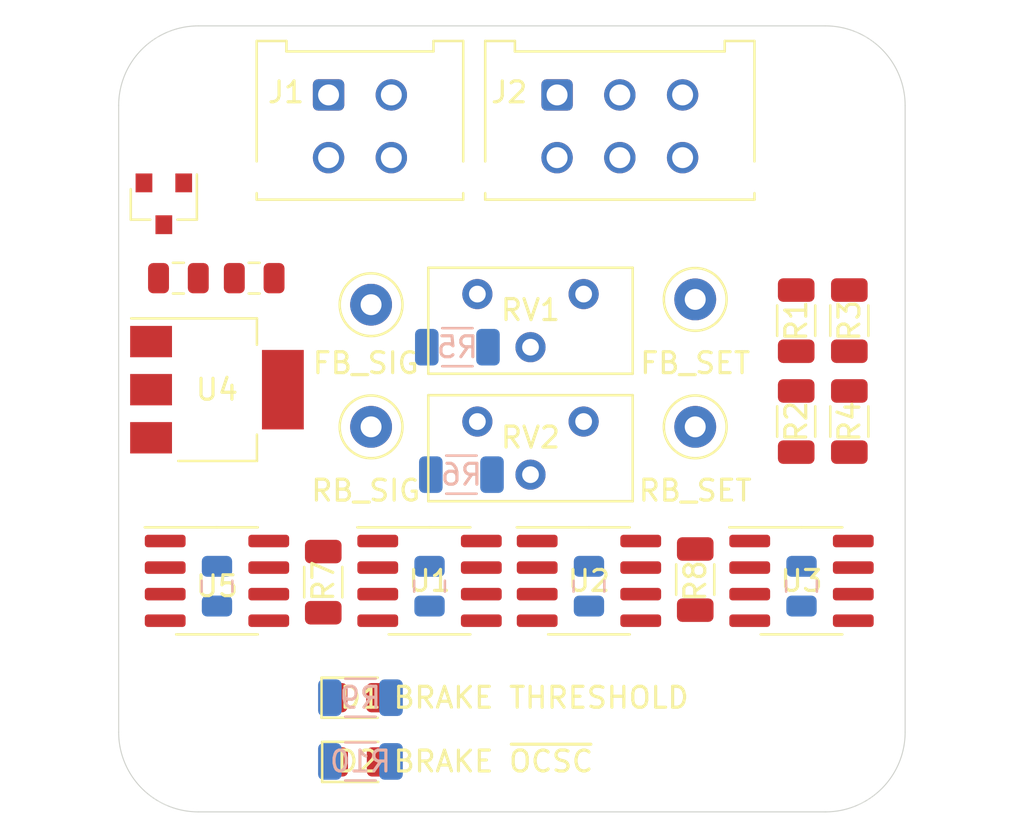
<source format=kicad_pcb>
(kicad_pcb (version 20171130) (host pcbnew "(5.1.6)-1")

  (general
    (thickness 1.6)
    (drawings 8)
    (tracks 0)
    (zones 0)
    (modules 36)
    (nets 17)
  )

  (page A4)
  (layers
    (0 F.Cu signal)
    (31 B.Cu signal)
    (32 B.Adhes user)
    (33 F.Adhes user)
    (34 B.Paste user)
    (35 F.Paste user)
    (36 B.SilkS user)
    (37 F.SilkS user)
    (38 B.Mask user)
    (39 F.Mask user)
    (40 Dwgs.User user)
    (41 Cmts.User user)
    (42 Eco1.User user)
    (43 Eco2.User user)
    (44 Edge.Cuts user)
    (45 Margin user)
    (46 B.CrtYd user)
    (47 F.CrtYd user)
    (48 B.Fab user)
    (49 F.Fab user)
  )

  (setup
    (last_trace_width 0.25)
    (trace_clearance 0.2)
    (zone_clearance 0.508)
    (zone_45_only no)
    (trace_min 0.2)
    (via_size 0.8)
    (via_drill 0.4)
    (via_min_size 0.4)
    (via_min_drill 0.3)
    (uvia_size 0.3)
    (uvia_drill 0.1)
    (uvias_allowed no)
    (uvia_min_size 0.2)
    (uvia_min_drill 0.1)
    (edge_width 0.05)
    (segment_width 0.2)
    (pcb_text_width 0.3)
    (pcb_text_size 1.5 1.5)
    (mod_edge_width 0.12)
    (mod_text_size 1 1)
    (mod_text_width 0.15)
    (pad_size 1.524 1.524)
    (pad_drill 0.762)
    (pad_to_mask_clearance 0.051)
    (solder_mask_min_width 0.25)
    (aux_axis_origin 0 0)
    (visible_elements 7FFFFFFF)
    (pcbplotparams
      (layerselection 0x010fc_ffffffff)
      (usegerberextensions false)
      (usegerberattributes false)
      (usegerberadvancedattributes false)
      (creategerberjobfile false)
      (excludeedgelayer true)
      (linewidth 0.100000)
      (plotframeref false)
      (viasonmask false)
      (mode 1)
      (useauxorigin false)
      (hpglpennumber 1)
      (hpglpenspeed 20)
      (hpglpendiameter 15.000000)
      (psnegative false)
      (psa4output false)
      (plotreference true)
      (plotvalue true)
      (plotinvisibletext false)
      (padsonsilk false)
      (subtractmaskfromsilk false)
      (outputformat 1)
      (mirror false)
      (drillshape 1)
      (scaleselection 1)
      (outputdirectory ""))
  )

  (net 0 "")
  (net 1 GND)
  (net 2 VCC)
  (net 3 /SC)
  (net 4 /OC)
  (net 5 "Net-(C3-Pad1)")
  (net 6 /BRAKE_THRESHOLD)
  (net 7 "Net-(D1-Pad1)")
  (net 8 /BRAKE_~OCSC)
  (net 9 "Net-(D2-Pad1)")
  (net 10 +12V)
  (net 11 /BRAKE_REAR)
  (net 12 /BRAKE_FRONT)
  (net 13 "Net-(R7-Pad2)")
  (net 14 "Net-(R8-Pad2)")
  (net 15 "Net-(RV1-Pad2)")
  (net 16 "Net-(RV2-Pad2)")

  (net_class Default "This is the default net class."
    (clearance 0.2)
    (trace_width 0.25)
    (via_dia 0.8)
    (via_drill 0.4)
    (uvia_dia 0.3)
    (uvia_drill 0.1)
    (add_net +12V)
    (add_net /BRAKE_FRONT)
    (add_net /BRAKE_REAR)
    (add_net /BRAKE_THRESHOLD)
    (add_net /BRAKE_~OCSC)
    (add_net /OC)
    (add_net /SC)
    (add_net GND)
    (add_net "Net-(C3-Pad1)")
    (add_net "Net-(D1-Pad1)")
    (add_net "Net-(D2-Pad1)")
    (add_net "Net-(R7-Pad2)")
    (add_net "Net-(R8-Pad2)")
    (add_net "Net-(RV1-Pad2)")
    (add_net "Net-(RV2-Pad2)")
    (add_net VCC)
  )

  (module Package_SO:SOIC-8_3.9x4.9mm_P1.27mm (layer F.Cu) (tedit 5D9F72B1) (tstamp 60C4EB85)
    (at 80.264 99.568)
    (descr "SOIC, 8 Pin (JEDEC MS-012AA, https://www.analog.com/media/en/package-pcb-resources/package/pkg_pdf/soic_narrow-r/r_8.pdf), generated with kicad-footprint-generator ipc_gullwing_generator.py")
    (tags "SOIC SO")
    (path /60CA2C89)
    (attr smd)
    (fp_text reference U5 (at 0 0.254) (layer F.SilkS)
      (effects (font (size 1 1) (thickness 0.15)))
    )
    (fp_text value MCP6002-xSN (at 0 3.4) (layer F.Fab)
      (effects (font (size 1 1) (thickness 0.15)))
    )
    (fp_text user %R (at 0 0) (layer F.Fab)
      (effects (font (size 0.98 0.98) (thickness 0.15)))
    )
    (fp_line (start 0 2.56) (end 1.95 2.56) (layer F.SilkS) (width 0.12))
    (fp_line (start 0 2.56) (end -1.95 2.56) (layer F.SilkS) (width 0.12))
    (fp_line (start 0 -2.56) (end 1.95 -2.56) (layer F.SilkS) (width 0.12))
    (fp_line (start 0 -2.56) (end -3.45 -2.56) (layer F.SilkS) (width 0.12))
    (fp_line (start -0.975 -2.45) (end 1.95 -2.45) (layer F.Fab) (width 0.1))
    (fp_line (start 1.95 -2.45) (end 1.95 2.45) (layer F.Fab) (width 0.1))
    (fp_line (start 1.95 2.45) (end -1.95 2.45) (layer F.Fab) (width 0.1))
    (fp_line (start -1.95 2.45) (end -1.95 -1.475) (layer F.Fab) (width 0.1))
    (fp_line (start -1.95 -1.475) (end -0.975 -2.45) (layer F.Fab) (width 0.1))
    (fp_line (start -3.7 -2.7) (end -3.7 2.7) (layer F.CrtYd) (width 0.05))
    (fp_line (start -3.7 2.7) (end 3.7 2.7) (layer F.CrtYd) (width 0.05))
    (fp_line (start 3.7 2.7) (end 3.7 -2.7) (layer F.CrtYd) (width 0.05))
    (fp_line (start 3.7 -2.7) (end -3.7 -2.7) (layer F.CrtYd) (width 0.05))
    (pad 8 smd roundrect (at 2.475 -1.905) (size 1.95 0.6) (layers F.Cu F.Paste F.Mask) (roundrect_rratio 0.25)
      (net 2 VCC))
    (pad 7 smd roundrect (at 2.475 -0.635) (size 1.95 0.6) (layers F.Cu F.Paste F.Mask) (roundrect_rratio 0.25)
      (net 8 /BRAKE_~OCSC))
    (pad 6 smd roundrect (at 2.475 0.635) (size 1.95 0.6) (layers F.Cu F.Paste F.Mask) (roundrect_rratio 0.25)
      (net 8 /BRAKE_~OCSC))
    (pad 5 smd roundrect (at 2.475 1.905) (size 1.95 0.6) (layers F.Cu F.Paste F.Mask) (roundrect_rratio 0.25)
      (net 14 "Net-(R8-Pad2)"))
    (pad 4 smd roundrect (at -2.475 1.905) (size 1.95 0.6) (layers F.Cu F.Paste F.Mask) (roundrect_rratio 0.25)
      (net 1 GND))
    (pad 3 smd roundrect (at -2.475 0.635) (size 1.95 0.6) (layers F.Cu F.Paste F.Mask) (roundrect_rratio 0.25)
      (net 13 "Net-(R7-Pad2)"))
    (pad 2 smd roundrect (at -2.475 -0.635) (size 1.95 0.6) (layers F.Cu F.Paste F.Mask) (roundrect_rratio 0.25)
      (net 6 /BRAKE_THRESHOLD))
    (pad 1 smd roundrect (at -2.475 -1.905) (size 1.95 0.6) (layers F.Cu F.Paste F.Mask) (roundrect_rratio 0.25)
      (net 6 /BRAKE_THRESHOLD))
    (model ${KISYS3DMOD}/Package_SO.3dshapes/SOIC-8_3.9x4.9mm_P1.27mm.wrl
      (at (xyz 0 0 0))
      (scale (xyz 1 1 1))
      (rotate (xyz 0 0 0))
    )
  )

  (module Package_TO_SOT_SMD:SOT-223-3_TabPin2 (layer F.Cu) (tedit 5A02FF57) (tstamp 60C4EB6B)
    (at 80.264 90.424)
    (descr "module CMS SOT223 4 pins")
    (tags "CMS SOT")
    (path /60C9A2D8)
    (attr smd)
    (fp_text reference U4 (at 0 0) (layer F.SilkS)
      (effects (font (size 1 1) (thickness 0.15)))
    )
    (fp_text value LM1117-5.0 (at 0 4.5) (layer F.Fab)
      (effects (font (size 1 1) (thickness 0.15)))
    )
    (fp_text user %R (at 0 0 90) (layer F.Fab)
      (effects (font (size 0.8 0.8) (thickness 0.12)))
    )
    (fp_line (start 1.91 3.41) (end 1.91 2.15) (layer F.SilkS) (width 0.12))
    (fp_line (start 1.91 -3.41) (end 1.91 -2.15) (layer F.SilkS) (width 0.12))
    (fp_line (start 4.4 -3.6) (end -4.4 -3.6) (layer F.CrtYd) (width 0.05))
    (fp_line (start 4.4 3.6) (end 4.4 -3.6) (layer F.CrtYd) (width 0.05))
    (fp_line (start -4.4 3.6) (end 4.4 3.6) (layer F.CrtYd) (width 0.05))
    (fp_line (start -4.4 -3.6) (end -4.4 3.6) (layer F.CrtYd) (width 0.05))
    (fp_line (start -1.85 -2.35) (end -0.85 -3.35) (layer F.Fab) (width 0.1))
    (fp_line (start -1.85 -2.35) (end -1.85 3.35) (layer F.Fab) (width 0.1))
    (fp_line (start -1.85 3.41) (end 1.91 3.41) (layer F.SilkS) (width 0.12))
    (fp_line (start -0.85 -3.35) (end 1.85 -3.35) (layer F.Fab) (width 0.1))
    (fp_line (start -4.1 -3.41) (end 1.91 -3.41) (layer F.SilkS) (width 0.12))
    (fp_line (start -1.85 3.35) (end 1.85 3.35) (layer F.Fab) (width 0.1))
    (fp_line (start 1.85 -3.35) (end 1.85 3.35) (layer F.Fab) (width 0.1))
    (pad 1 smd rect (at -3.15 -2.3) (size 2 1.5) (layers F.Cu F.Paste F.Mask)
      (net 1 GND))
    (pad 3 smd rect (at -3.15 2.3) (size 2 1.5) (layers F.Cu F.Paste F.Mask)
      (net 5 "Net-(C3-Pad1)"))
    (pad 2 smd rect (at -3.15 0) (size 2 1.5) (layers F.Cu F.Paste F.Mask)
      (net 2 VCC))
    (pad 2 smd rect (at 3.15 0) (size 2 3.8) (layers F.Cu F.Paste F.Mask)
      (net 2 VCC))
    (model ${KISYS3DMOD}/Package_TO_SOT_SMD.3dshapes/SOT-223.wrl
      (at (xyz 0 0 0))
      (scale (xyz 1 1 1))
      (rotate (xyz 0 0 0))
    )
  )

  (module Package_SO:SOIC-8_3.9x4.9mm_P1.27mm (layer F.Cu) (tedit 5D9F72B1) (tstamp 60C4EB55)
    (at 108.204 99.568)
    (descr "SOIC, 8 Pin (JEDEC MS-012AA, https://www.analog.com/media/en/package-pcb-resources/package/pkg_pdf/soic_narrow-r/r_8.pdf), generated with kicad-footprint-generator ipc_gullwing_generator.py")
    (tags "SOIC SO")
    (path /60C9C8FE)
    (attr smd)
    (fp_text reference U3 (at 0 0) (layer F.SilkS)
      (effects (font (size 1 1) (thickness 0.15)))
    )
    (fp_text value LM393 (at 0 3.4) (layer F.Fab)
      (effects (font (size 1 1) (thickness 0.15)))
    )
    (fp_text user %R (at 0 0) (layer F.Fab)
      (effects (font (size 0.98 0.98) (thickness 0.15)))
    )
    (fp_line (start 0 2.56) (end 1.95 2.56) (layer F.SilkS) (width 0.12))
    (fp_line (start 0 2.56) (end -1.95 2.56) (layer F.SilkS) (width 0.12))
    (fp_line (start 0 -2.56) (end 1.95 -2.56) (layer F.SilkS) (width 0.12))
    (fp_line (start 0 -2.56) (end -3.45 -2.56) (layer F.SilkS) (width 0.12))
    (fp_line (start -0.975 -2.45) (end 1.95 -2.45) (layer F.Fab) (width 0.1))
    (fp_line (start 1.95 -2.45) (end 1.95 2.45) (layer F.Fab) (width 0.1))
    (fp_line (start 1.95 2.45) (end -1.95 2.45) (layer F.Fab) (width 0.1))
    (fp_line (start -1.95 2.45) (end -1.95 -1.475) (layer F.Fab) (width 0.1))
    (fp_line (start -1.95 -1.475) (end -0.975 -2.45) (layer F.Fab) (width 0.1))
    (fp_line (start -3.7 -2.7) (end -3.7 2.7) (layer F.CrtYd) (width 0.05))
    (fp_line (start -3.7 2.7) (end 3.7 2.7) (layer F.CrtYd) (width 0.05))
    (fp_line (start 3.7 2.7) (end 3.7 -2.7) (layer F.CrtYd) (width 0.05))
    (fp_line (start 3.7 -2.7) (end -3.7 -2.7) (layer F.CrtYd) (width 0.05))
    (pad 8 smd roundrect (at 2.475 -1.905) (size 1.95 0.6) (layers F.Cu F.Paste F.Mask) (roundrect_rratio 0.25)
      (net 2 VCC))
    (pad 7 smd roundrect (at 2.475 -0.635) (size 1.95 0.6) (layers F.Cu F.Paste F.Mask) (roundrect_rratio 0.25)
      (net 14 "Net-(R8-Pad2)"))
    (pad 6 smd roundrect (at 2.475 0.635) (size 1.95 0.6) (layers F.Cu F.Paste F.Mask) (roundrect_rratio 0.25)
      (net 4 /OC))
    (pad 5 smd roundrect (at 2.475 1.905) (size 1.95 0.6) (layers F.Cu F.Paste F.Mask) (roundrect_rratio 0.25)
      (net 11 /BRAKE_REAR))
    (pad 4 smd roundrect (at -2.475 1.905) (size 1.95 0.6) (layers F.Cu F.Paste F.Mask) (roundrect_rratio 0.25)
      (net 1 GND))
    (pad 3 smd roundrect (at -2.475 0.635) (size 1.95 0.6) (layers F.Cu F.Paste F.Mask) (roundrect_rratio 0.25)
      (net 12 /BRAKE_FRONT))
    (pad 2 smd roundrect (at -2.475 -0.635) (size 1.95 0.6) (layers F.Cu F.Paste F.Mask) (roundrect_rratio 0.25)
      (net 4 /OC))
    (pad 1 smd roundrect (at -2.475 -1.905) (size 1.95 0.6) (layers F.Cu F.Paste F.Mask) (roundrect_rratio 0.25)
      (net 14 "Net-(R8-Pad2)"))
    (model ${KISYS3DMOD}/Package_SO.3dshapes/SOIC-8_3.9x4.9mm_P1.27mm.wrl
      (at (xyz 0 0 0))
      (scale (xyz 1 1 1))
      (rotate (xyz 0 0 0))
    )
  )

  (module Package_SO:SOIC-8_3.9x4.9mm_P1.27mm (layer F.Cu) (tedit 5D9F72B1) (tstamp 60C4EB3B)
    (at 98.044 99.568)
    (descr "SOIC, 8 Pin (JEDEC MS-012AA, https://www.analog.com/media/en/package-pcb-resources/package/pkg_pdf/soic_narrow-r/r_8.pdf), generated with kicad-footprint-generator ipc_gullwing_generator.py")
    (tags "SOIC SO")
    (path /60C9BF55)
    (attr smd)
    (fp_text reference U2 (at 0 0) (layer F.SilkS)
      (effects (font (size 1 1) (thickness 0.15)))
    )
    (fp_text value LM393 (at 0 3.4) (layer F.Fab)
      (effects (font (size 1 1) (thickness 0.15)))
    )
    (fp_text user %R (at 0 0) (layer F.Fab)
      (effects (font (size 0.98 0.98) (thickness 0.15)))
    )
    (fp_line (start 0 2.56) (end 1.95 2.56) (layer F.SilkS) (width 0.12))
    (fp_line (start 0 2.56) (end -1.95 2.56) (layer F.SilkS) (width 0.12))
    (fp_line (start 0 -2.56) (end 1.95 -2.56) (layer F.SilkS) (width 0.12))
    (fp_line (start 0 -2.56) (end -3.45 -2.56) (layer F.SilkS) (width 0.12))
    (fp_line (start -0.975 -2.45) (end 1.95 -2.45) (layer F.Fab) (width 0.1))
    (fp_line (start 1.95 -2.45) (end 1.95 2.45) (layer F.Fab) (width 0.1))
    (fp_line (start 1.95 2.45) (end -1.95 2.45) (layer F.Fab) (width 0.1))
    (fp_line (start -1.95 2.45) (end -1.95 -1.475) (layer F.Fab) (width 0.1))
    (fp_line (start -1.95 -1.475) (end -0.975 -2.45) (layer F.Fab) (width 0.1))
    (fp_line (start -3.7 -2.7) (end -3.7 2.7) (layer F.CrtYd) (width 0.05))
    (fp_line (start -3.7 2.7) (end 3.7 2.7) (layer F.CrtYd) (width 0.05))
    (fp_line (start 3.7 2.7) (end 3.7 -2.7) (layer F.CrtYd) (width 0.05))
    (fp_line (start 3.7 -2.7) (end -3.7 -2.7) (layer F.CrtYd) (width 0.05))
    (pad 8 smd roundrect (at 2.475 -1.905) (size 1.95 0.6) (layers F.Cu F.Paste F.Mask) (roundrect_rratio 0.25)
      (net 2 VCC))
    (pad 7 smd roundrect (at 2.475 -0.635) (size 1.95 0.6) (layers F.Cu F.Paste F.Mask) (roundrect_rratio 0.25)
      (net 14 "Net-(R8-Pad2)"))
    (pad 6 smd roundrect (at 2.475 0.635) (size 1.95 0.6) (layers F.Cu F.Paste F.Mask) (roundrect_rratio 0.25)
      (net 11 /BRAKE_REAR))
    (pad 5 smd roundrect (at 2.475 1.905) (size 1.95 0.6) (layers F.Cu F.Paste F.Mask) (roundrect_rratio 0.25)
      (net 3 /SC))
    (pad 4 smd roundrect (at -2.475 1.905) (size 1.95 0.6) (layers F.Cu F.Paste F.Mask) (roundrect_rratio 0.25)
      (net 1 GND))
    (pad 3 smd roundrect (at -2.475 0.635) (size 1.95 0.6) (layers F.Cu F.Paste F.Mask) (roundrect_rratio 0.25)
      (net 3 /SC))
    (pad 2 smd roundrect (at -2.475 -0.635) (size 1.95 0.6) (layers F.Cu F.Paste F.Mask) (roundrect_rratio 0.25)
      (net 12 /BRAKE_FRONT))
    (pad 1 smd roundrect (at -2.475 -1.905) (size 1.95 0.6) (layers F.Cu F.Paste F.Mask) (roundrect_rratio 0.25)
      (net 14 "Net-(R8-Pad2)"))
    (model ${KISYS3DMOD}/Package_SO.3dshapes/SOIC-8_3.9x4.9mm_P1.27mm.wrl
      (at (xyz 0 0 0))
      (scale (xyz 1 1 1))
      (rotate (xyz 0 0 0))
    )
  )

  (module Package_SO:SOIC-8_3.9x4.9mm_P1.27mm (layer F.Cu) (tedit 5D9F72B1) (tstamp 60C4EB21)
    (at 90.424 99.568)
    (descr "SOIC, 8 Pin (JEDEC MS-012AA, https://www.analog.com/media/en/package-pcb-resources/package/pkg_pdf/soic_narrow-r/r_8.pdf), generated with kicad-footprint-generator ipc_gullwing_generator.py")
    (tags "SOIC SO")
    (path /60C9B3BF)
    (attr smd)
    (fp_text reference U1 (at 0 0) (layer F.SilkS)
      (effects (font (size 1 1) (thickness 0.15)))
    )
    (fp_text value LM393 (at 0 3.4) (layer F.Fab)
      (effects (font (size 1 1) (thickness 0.15)))
    )
    (fp_text user %R (at 0 0) (layer F.Fab)
      (effects (font (size 0.98 0.98) (thickness 0.15)))
    )
    (fp_line (start 0 2.56) (end 1.95 2.56) (layer F.SilkS) (width 0.12))
    (fp_line (start 0 2.56) (end -1.95 2.56) (layer F.SilkS) (width 0.12))
    (fp_line (start 0 -2.56) (end 1.95 -2.56) (layer F.SilkS) (width 0.12))
    (fp_line (start 0 -2.56) (end -3.45 -2.56) (layer F.SilkS) (width 0.12))
    (fp_line (start -0.975 -2.45) (end 1.95 -2.45) (layer F.Fab) (width 0.1))
    (fp_line (start 1.95 -2.45) (end 1.95 2.45) (layer F.Fab) (width 0.1))
    (fp_line (start 1.95 2.45) (end -1.95 2.45) (layer F.Fab) (width 0.1))
    (fp_line (start -1.95 2.45) (end -1.95 -1.475) (layer F.Fab) (width 0.1))
    (fp_line (start -1.95 -1.475) (end -0.975 -2.45) (layer F.Fab) (width 0.1))
    (fp_line (start -3.7 -2.7) (end -3.7 2.7) (layer F.CrtYd) (width 0.05))
    (fp_line (start -3.7 2.7) (end 3.7 2.7) (layer F.CrtYd) (width 0.05))
    (fp_line (start 3.7 2.7) (end 3.7 -2.7) (layer F.CrtYd) (width 0.05))
    (fp_line (start 3.7 -2.7) (end -3.7 -2.7) (layer F.CrtYd) (width 0.05))
    (pad 8 smd roundrect (at 2.475 -1.905) (size 1.95 0.6) (layers F.Cu F.Paste F.Mask) (roundrect_rratio 0.25)
      (net 2 VCC))
    (pad 7 smd roundrect (at 2.475 -0.635) (size 1.95 0.6) (layers F.Cu F.Paste F.Mask) (roundrect_rratio 0.25)
      (net 13 "Net-(R7-Pad2)"))
    (pad 6 smd roundrect (at 2.475 0.635) (size 1.95 0.6) (layers F.Cu F.Paste F.Mask) (roundrect_rratio 0.25)
      (net 11 /BRAKE_REAR))
    (pad 5 smd roundrect (at 2.475 1.905) (size 1.95 0.6) (layers F.Cu F.Paste F.Mask) (roundrect_rratio 0.25)
      (net 16 "Net-(RV2-Pad2)"))
    (pad 4 smd roundrect (at -2.475 1.905) (size 1.95 0.6) (layers F.Cu F.Paste F.Mask) (roundrect_rratio 0.25)
      (net 1 GND))
    (pad 3 smd roundrect (at -2.475 0.635) (size 1.95 0.6) (layers F.Cu F.Paste F.Mask) (roundrect_rratio 0.25)
      (net 15 "Net-(RV1-Pad2)"))
    (pad 2 smd roundrect (at -2.475 -0.635) (size 1.95 0.6) (layers F.Cu F.Paste F.Mask) (roundrect_rratio 0.25)
      (net 12 /BRAKE_FRONT))
    (pad 1 smd roundrect (at -2.475 -1.905) (size 1.95 0.6) (layers F.Cu F.Paste F.Mask) (roundrect_rratio 0.25)
      (net 13 "Net-(R7-Pad2)"))
    (model ${KISYS3DMOD}/Package_SO.3dshapes/SOIC-8_3.9x4.9mm_P1.27mm.wrl
      (at (xyz 0 0 0))
      (scale (xyz 1 1 1))
      (rotate (xyz 0 0 0))
    )
  )

  (module TestPoint:TestPoint_Loop_D1.80mm_Drill1.0mm_Beaded (layer F.Cu) (tedit 5A0F774F) (tstamp 5E89D807)
    (at 103.124 92.202)
    (descr "wire loop with bead as test point, loop diameter 1.8mm, hole diameter 1.0mm")
    (tags "test point wire loop bead")
    (path /60E48CBF)
    (fp_text reference TP4 (at 0.7 2.5) (layer F.Fab)
      (effects (font (size 1 1) (thickness 0.15)))
    )
    (fp_text value RB_SET (at 0 3.048) (layer F.SilkS)
      (effects (font (size 1 1) (thickness 0.15)))
    )
    (fp_text user %R (at 0.7 2.5) (layer F.Fab)
      (effects (font (size 1 1) (thickness 0.15)))
    )
    (fp_circle (center 0 0) (end 1.8 0) (layer F.CrtYd) (width 0.05))
    (fp_circle (center 0 0) (end 1.5 0) (layer F.SilkS) (width 0.12))
    (fp_line (start -0.9 -0.2) (end 0.9 -0.2) (layer F.Fab) (width 0.12))
    (fp_line (start 0.9 -0.2) (end 0.9 0.2) (layer F.Fab) (width 0.12))
    (fp_line (start 0.9 0.2) (end -0.9 0.2) (layer F.Fab) (width 0.12))
    (fp_line (start -0.9 0.2) (end -0.9 -0.2) (layer F.Fab) (width 0.12))
    (fp_circle (center 0 0) (end 1.3 0) (layer F.Fab) (width 0.12))
    (pad 1 thru_hole circle (at 0 0) (size 2 2) (drill 1) (layers *.Cu *.Mask)
      (net 16 "Net-(RV2-Pad2)"))
    (model ${KISYS3DMOD}/TestPoint.3dshapes/TestPoint_Loop_D1.80mm_Drill1.0mm_Beaded.wrl
      (at (xyz 0 0 0))
      (scale (xyz 1 1 1))
      (rotate (xyz 0 0 0))
    )
  )

  (module TestPoint:TestPoint_Loop_D1.80mm_Drill1.0mm_Beaded (layer F.Cu) (tedit 5A0F774F) (tstamp 5E89D7FA)
    (at 103.124 86.106)
    (descr "wire loop with bead as test point, loop diameter 1.8mm, hole diameter 1.0mm")
    (tags "test point wire loop bead")
    (path /60E47CA0)
    (fp_text reference TP3 (at 0.7 2.5) (layer F.Fab)
      (effects (font (size 1 1) (thickness 0.15)))
    )
    (fp_text value FB_SET (at 0 3.048) (layer F.SilkS)
      (effects (font (size 1 1) (thickness 0.15)))
    )
    (fp_text user %R (at 0.7 2.5) (layer F.Fab)
      (effects (font (size 1 1) (thickness 0.15)))
    )
    (fp_circle (center 0 0) (end 1.8 0) (layer F.CrtYd) (width 0.05))
    (fp_circle (center 0 0) (end 1.5 0) (layer F.SilkS) (width 0.12))
    (fp_line (start -0.9 -0.2) (end 0.9 -0.2) (layer F.Fab) (width 0.12))
    (fp_line (start 0.9 -0.2) (end 0.9 0.2) (layer F.Fab) (width 0.12))
    (fp_line (start 0.9 0.2) (end -0.9 0.2) (layer F.Fab) (width 0.12))
    (fp_line (start -0.9 0.2) (end -0.9 -0.2) (layer F.Fab) (width 0.12))
    (fp_circle (center 0 0) (end 1.3 0) (layer F.Fab) (width 0.12))
    (pad 1 thru_hole circle (at 0 0) (size 2 2) (drill 1) (layers *.Cu *.Mask)
      (net 15 "Net-(RV1-Pad2)"))
    (model ${KISYS3DMOD}/TestPoint.3dshapes/TestPoint_Loop_D1.80mm_Drill1.0mm_Beaded.wrl
      (at (xyz 0 0 0))
      (scale (xyz 1 1 1))
      (rotate (xyz 0 0 0))
    )
  )

  (module TestPoint:TestPoint_Loop_D1.80mm_Drill1.0mm_Beaded (layer F.Cu) (tedit 5A0F774F) (tstamp 5E89D7ED)
    (at 87.63 92.202)
    (descr "wire loop with bead as test point, loop diameter 1.8mm, hole diameter 1.0mm")
    (tags "test point wire loop bead")
    (path /60E4AD6E)
    (fp_text reference TP2 (at 0.7 2.5) (layer F.Fab)
      (effects (font (size 1 1) (thickness 0.15)))
    )
    (fp_text value RB_SIG (at -0.254 3.048) (layer F.SilkS)
      (effects (font (size 1 1) (thickness 0.15)))
    )
    (fp_text user %R (at 0.7 2.5) (layer F.Fab)
      (effects (font (size 1 1) (thickness 0.15)))
    )
    (fp_circle (center 0 0) (end 1.8 0) (layer F.CrtYd) (width 0.05))
    (fp_circle (center 0 0) (end 1.5 0) (layer F.SilkS) (width 0.12))
    (fp_line (start -0.9 -0.2) (end 0.9 -0.2) (layer F.Fab) (width 0.12))
    (fp_line (start 0.9 -0.2) (end 0.9 0.2) (layer F.Fab) (width 0.12))
    (fp_line (start 0.9 0.2) (end -0.9 0.2) (layer F.Fab) (width 0.12))
    (fp_line (start -0.9 0.2) (end -0.9 -0.2) (layer F.Fab) (width 0.12))
    (fp_circle (center 0 0) (end 1.3 0) (layer F.Fab) (width 0.12))
    (pad 1 thru_hole circle (at 0 0) (size 2 2) (drill 1) (layers *.Cu *.Mask)
      (net 11 /BRAKE_REAR))
    (model ${KISYS3DMOD}/TestPoint.3dshapes/TestPoint_Loop_D1.80mm_Drill1.0mm_Beaded.wrl
      (at (xyz 0 0 0))
      (scale (xyz 1 1 1))
      (rotate (xyz 0 0 0))
    )
  )

  (module TestPoint:TestPoint_Loop_D1.80mm_Drill1.0mm_Beaded (layer F.Cu) (tedit 5A0F774F) (tstamp 5E89D7E0)
    (at 87.63 86.36)
    (descr "wire loop with bead as test point, loop diameter 1.8mm, hole diameter 1.0mm")
    (tags "test point wire loop bead")
    (path /60E4A7A0)
    (fp_text reference TP1 (at 0.7 2.5) (layer F.Fab)
      (effects (font (size 1 1) (thickness 0.15)))
    )
    (fp_text value FB_SIG (at -0.254 2.794) (layer F.SilkS)
      (effects (font (size 1 1) (thickness 0.15)))
    )
    (fp_text user %R (at 0.7 2.5) (layer F.Fab)
      (effects (font (size 1 1) (thickness 0.15)))
    )
    (fp_circle (center 0 0) (end 1.8 0) (layer F.CrtYd) (width 0.05))
    (fp_circle (center 0 0) (end 1.5 0) (layer F.SilkS) (width 0.12))
    (fp_line (start -0.9 -0.2) (end 0.9 -0.2) (layer F.Fab) (width 0.12))
    (fp_line (start 0.9 -0.2) (end 0.9 0.2) (layer F.Fab) (width 0.12))
    (fp_line (start 0.9 0.2) (end -0.9 0.2) (layer F.Fab) (width 0.12))
    (fp_line (start -0.9 0.2) (end -0.9 -0.2) (layer F.Fab) (width 0.12))
    (fp_circle (center 0 0) (end 1.3 0) (layer F.Fab) (width 0.12))
    (pad 1 thru_hole circle (at 0 0) (size 2 2) (drill 1) (layers *.Cu *.Mask)
      (net 12 /BRAKE_FRONT))
    (model ${KISYS3DMOD}/TestPoint.3dshapes/TestPoint_Loop_D1.80mm_Drill1.0mm_Beaded.wrl
      (at (xyz 0 0 0))
      (scale (xyz 1 1 1))
      (rotate (xyz 0 0 0))
    )
  )

  (module Potentiometer_THT:Potentiometer_Bourns_3296Y_Vertical (layer F.Cu) (tedit 5A3D4994) (tstamp 5E89D7BA)
    (at 97.79 91.948)
    (descr "Potentiometer, vertical, Bourns 3296Y, https://www.bourns.com/pdfs/3296.pdf")
    (tags "Potentiometer vertical Bourns 3296Y")
    (path /60DF272E)
    (fp_text reference RV2 (at -2.54 0.762) (layer F.SilkS)
      (effects (font (size 1 1) (thickness 0.15)))
    )
    (fp_text value R_POT_TRIM-Device (at -2.54 4.94) (layer F.Fab)
      (effects (font (size 1 1) (thickness 0.15)))
    )
    (fp_text user %R (at -3.175 1.275) (layer F.Fab)
      (effects (font (size 1 1) (thickness 0.15)))
    )
    (fp_circle (center 0.955 2.42) (end 2.05 2.42) (layer F.Fab) (width 0.1))
    (fp_line (start -7.305 -1.14) (end -7.305 3.69) (layer F.Fab) (width 0.1))
    (fp_line (start -7.305 3.69) (end 2.225 3.69) (layer F.Fab) (width 0.1))
    (fp_line (start 2.225 3.69) (end 2.225 -1.14) (layer F.Fab) (width 0.1))
    (fp_line (start 2.225 -1.14) (end -7.305 -1.14) (layer F.Fab) (width 0.1))
    (fp_line (start 0.955 3.505) (end 0.956 1.336) (layer F.Fab) (width 0.1))
    (fp_line (start 0.955 3.505) (end 0.956 1.336) (layer F.Fab) (width 0.1))
    (fp_line (start -7.425 -1.26) (end 2.345 -1.26) (layer F.SilkS) (width 0.12))
    (fp_line (start -7.425 3.81) (end 2.345 3.81) (layer F.SilkS) (width 0.12))
    (fp_line (start -7.425 -1.26) (end -7.425 3.81) (layer F.SilkS) (width 0.12))
    (fp_line (start 2.345 -1.26) (end 2.345 3.81) (layer F.SilkS) (width 0.12))
    (fp_line (start -7.6 -1.4) (end -7.6 3.95) (layer F.CrtYd) (width 0.05))
    (fp_line (start -7.6 3.95) (end 2.5 3.95) (layer F.CrtYd) (width 0.05))
    (fp_line (start 2.5 3.95) (end 2.5 -1.4) (layer F.CrtYd) (width 0.05))
    (fp_line (start 2.5 -1.4) (end -7.6 -1.4) (layer F.CrtYd) (width 0.05))
    (pad 3 thru_hole circle (at -5.08 0) (size 1.44 1.44) (drill 0.8) (layers *.Cu *.Mask)
      (net 1 GND))
    (pad 2 thru_hole circle (at -2.54 2.54) (size 1.44 1.44) (drill 0.8) (layers *.Cu *.Mask)
      (net 16 "Net-(RV2-Pad2)"))
    (pad 1 thru_hole circle (at 0 0) (size 1.44 1.44) (drill 0.8) (layers *.Cu *.Mask)
      (net 2 VCC))
    (model ${KISYS3DMOD}/Potentiometer_THT.3dshapes/Potentiometer_Bourns_3296Y_Vertical.wrl
      (at (xyz 0 0 0))
      (scale (xyz 1 1 1))
      (rotate (xyz 0 0 0))
    )
  )

  (module Potentiometer_THT:Potentiometer_Bourns_3296Y_Vertical (layer F.Cu) (tedit 5A3D4994) (tstamp 5E89D7A1)
    (at 97.79 85.852)
    (descr "Potentiometer, vertical, Bourns 3296Y, https://www.bourns.com/pdfs/3296.pdf")
    (tags "Potentiometer vertical Bourns 3296Y")
    (path /60DEC3CE)
    (fp_text reference RV1 (at -2.54 0.762) (layer F.SilkS)
      (effects (font (size 1 1) (thickness 0.15)))
    )
    (fp_text value R_POT_TRIM-Device (at -2.54 4.94) (layer F.Fab)
      (effects (font (size 1 1) (thickness 0.15)))
    )
    (fp_text user %R (at -3.175 1.275) (layer F.Fab)
      (effects (font (size 1 1) (thickness 0.15)))
    )
    (fp_circle (center 0.955 2.42) (end 2.05 2.42) (layer F.Fab) (width 0.1))
    (fp_line (start -7.305 -1.14) (end -7.305 3.69) (layer F.Fab) (width 0.1))
    (fp_line (start -7.305 3.69) (end 2.225 3.69) (layer F.Fab) (width 0.1))
    (fp_line (start 2.225 3.69) (end 2.225 -1.14) (layer F.Fab) (width 0.1))
    (fp_line (start 2.225 -1.14) (end -7.305 -1.14) (layer F.Fab) (width 0.1))
    (fp_line (start 0.955 3.505) (end 0.956 1.336) (layer F.Fab) (width 0.1))
    (fp_line (start 0.955 3.505) (end 0.956 1.336) (layer F.Fab) (width 0.1))
    (fp_line (start -7.425 -1.26) (end 2.345 -1.26) (layer F.SilkS) (width 0.12))
    (fp_line (start -7.425 3.81) (end 2.345 3.81) (layer F.SilkS) (width 0.12))
    (fp_line (start -7.425 -1.26) (end -7.425 3.81) (layer F.SilkS) (width 0.12))
    (fp_line (start 2.345 -1.26) (end 2.345 3.81) (layer F.SilkS) (width 0.12))
    (fp_line (start -7.6 -1.4) (end -7.6 3.95) (layer F.CrtYd) (width 0.05))
    (fp_line (start -7.6 3.95) (end 2.5 3.95) (layer F.CrtYd) (width 0.05))
    (fp_line (start 2.5 3.95) (end 2.5 -1.4) (layer F.CrtYd) (width 0.05))
    (fp_line (start 2.5 -1.4) (end -7.6 -1.4) (layer F.CrtYd) (width 0.05))
    (pad 3 thru_hole circle (at -5.08 0) (size 1.44 1.44) (drill 0.8) (layers *.Cu *.Mask)
      (net 1 GND))
    (pad 2 thru_hole circle (at -2.54 2.54) (size 1.44 1.44) (drill 0.8) (layers *.Cu *.Mask)
      (net 15 "Net-(RV1-Pad2)"))
    (pad 1 thru_hole circle (at 0 0) (size 1.44 1.44) (drill 0.8) (layers *.Cu *.Mask)
      (net 2 VCC))
    (model ${KISYS3DMOD}/Potentiometer_THT.3dshapes/Potentiometer_Bourns_3296Y_Vertical.wrl
      (at (xyz 0 0 0))
      (scale (xyz 1 1 1))
      (rotate (xyz 0 0 0))
    )
  )

  (module Resistor_SMD:R_1206_3216Metric (layer B.Cu) (tedit 5F68FEEE) (tstamp 5E89D6BC)
    (at 87.122 108.204)
    (descr "Resistor SMD 1206 (3216 Metric), square (rectangular) end terminal, IPC_7351 nominal, (Body size source: IPC-SM-782 page 72, https://www.pcb-3d.com/wordpress/wp-content/uploads/ipc-sm-782a_amendment_1_and_2.pdf), generated with kicad-footprint-generator")
    (tags resistor)
    (path /605B109A)
    (attr smd)
    (fp_text reference R10 (at 0 0) (layer B.SilkS)
      (effects (font (size 1 1) (thickness 0.15)) (justify mirror))
    )
    (fp_text value R (at 0 0) (layer B.Fab)
      (effects (font (size 1 1) (thickness 0.15)) (justify mirror))
    )
    (fp_text user %R (at 0 0) (layer B.Fab)
      (effects (font (size 0.8 0.8) (thickness 0.12)) (justify mirror))
    )
    (fp_line (start -1.6 -0.8) (end -1.6 0.8) (layer B.Fab) (width 0.1))
    (fp_line (start -1.6 0.8) (end 1.6 0.8) (layer B.Fab) (width 0.1))
    (fp_line (start 1.6 0.8) (end 1.6 -0.8) (layer B.Fab) (width 0.1))
    (fp_line (start 1.6 -0.8) (end -1.6 -0.8) (layer B.Fab) (width 0.1))
    (fp_line (start -0.727064 0.91) (end 0.727064 0.91) (layer B.SilkS) (width 0.12))
    (fp_line (start -0.727064 -0.91) (end 0.727064 -0.91) (layer B.SilkS) (width 0.12))
    (fp_line (start -2.28 -1.12) (end -2.28 1.12) (layer B.CrtYd) (width 0.05))
    (fp_line (start -2.28 1.12) (end 2.28 1.12) (layer B.CrtYd) (width 0.05))
    (fp_line (start 2.28 1.12) (end 2.28 -1.12) (layer B.CrtYd) (width 0.05))
    (fp_line (start 2.28 -1.12) (end -2.28 -1.12) (layer B.CrtYd) (width 0.05))
    (pad 2 smd roundrect (at 1.4625 0) (size 1.125 1.75) (layers B.Cu B.Paste B.Mask) (roundrect_rratio 0.222222)
      (net 1 GND))
    (pad 1 smd roundrect (at -1.4625 0) (size 1.125 1.75) (layers B.Cu B.Paste B.Mask) (roundrect_rratio 0.222222)
      (net 9 "Net-(D2-Pad1)"))
    (model ${KISYS3DMOD}/Resistor_SMD.3dshapes/R_1206_3216Metric.wrl
      (at (xyz 0 0 0))
      (scale (xyz 1 1 1))
      (rotate (xyz 0 0 0))
    )
  )

  (module Resistor_SMD:R_1206_3216Metric (layer B.Cu) (tedit 5F68FEEE) (tstamp 5E89D6AB)
    (at 87.122 105.156)
    (descr "Resistor SMD 1206 (3216 Metric), square (rectangular) end terminal, IPC_7351 nominal, (Body size source: IPC-SM-782 page 72, https://www.pcb-3d.com/wordpress/wp-content/uploads/ipc-sm-782a_amendment_1_and_2.pdf), generated with kicad-footprint-generator")
    (tags resistor)
    (path /605BBA3D)
    (attr smd)
    (fp_text reference R9 (at 0 0) (layer B.SilkS)
      (effects (font (size 1 1) (thickness 0.15)) (justify mirror))
    )
    (fp_text value R (at 0 0) (layer B.Fab)
      (effects (font (size 1 1) (thickness 0.15)) (justify mirror))
    )
    (fp_text user %R (at 0 0) (layer B.Fab)
      (effects (font (size 0.8 0.8) (thickness 0.12)) (justify mirror))
    )
    (fp_line (start -1.6 -0.8) (end -1.6 0.8) (layer B.Fab) (width 0.1))
    (fp_line (start -1.6 0.8) (end 1.6 0.8) (layer B.Fab) (width 0.1))
    (fp_line (start 1.6 0.8) (end 1.6 -0.8) (layer B.Fab) (width 0.1))
    (fp_line (start 1.6 -0.8) (end -1.6 -0.8) (layer B.Fab) (width 0.1))
    (fp_line (start -0.727064 0.91) (end 0.727064 0.91) (layer B.SilkS) (width 0.12))
    (fp_line (start -0.727064 -0.91) (end 0.727064 -0.91) (layer B.SilkS) (width 0.12))
    (fp_line (start -2.28 -1.12) (end -2.28 1.12) (layer B.CrtYd) (width 0.05))
    (fp_line (start -2.28 1.12) (end 2.28 1.12) (layer B.CrtYd) (width 0.05))
    (fp_line (start 2.28 1.12) (end 2.28 -1.12) (layer B.CrtYd) (width 0.05))
    (fp_line (start 2.28 -1.12) (end -2.28 -1.12) (layer B.CrtYd) (width 0.05))
    (pad 2 smd roundrect (at 1.4625 0) (size 1.125 1.75) (layers B.Cu B.Paste B.Mask) (roundrect_rratio 0.222222)
      (net 1 GND))
    (pad 1 smd roundrect (at -1.4625 0) (size 1.125 1.75) (layers B.Cu B.Paste B.Mask) (roundrect_rratio 0.222222)
      (net 7 "Net-(D1-Pad1)"))
    (model ${KISYS3DMOD}/Resistor_SMD.3dshapes/R_1206_3216Metric.wrl
      (at (xyz 0 0 0))
      (scale (xyz 1 1 1))
      (rotate (xyz 0 0 0))
    )
  )

  (module Resistor_SMD:R_1206_3216Metric (layer F.Cu) (tedit 5F68FEEE) (tstamp 5E89D69A)
    (at 103.124 99.5065 270)
    (descr "Resistor SMD 1206 (3216 Metric), square (rectangular) end terminal, IPC_7351 nominal, (Body size source: IPC-SM-782 page 72, https://www.pcb-3d.com/wordpress/wp-content/uploads/ipc-sm-782a_amendment_1_and_2.pdf), generated with kicad-footprint-generator")
    (tags resistor)
    (path /60C01641)
    (attr smd)
    (fp_text reference R8 (at 0.0615 0 90) (layer F.SilkS)
      (effects (font (size 1 1) (thickness 0.15)))
    )
    (fp_text value 10k (at 0 1.82 90) (layer F.Fab)
      (effects (font (size 1 1) (thickness 0.15)))
    )
    (fp_text user %R (at 0 0 90) (layer F.Fab)
      (effects (font (size 0.8 0.8) (thickness 0.12)))
    )
    (fp_line (start -1.6 0.8) (end -1.6 -0.8) (layer F.Fab) (width 0.1))
    (fp_line (start -1.6 -0.8) (end 1.6 -0.8) (layer F.Fab) (width 0.1))
    (fp_line (start 1.6 -0.8) (end 1.6 0.8) (layer F.Fab) (width 0.1))
    (fp_line (start 1.6 0.8) (end -1.6 0.8) (layer F.Fab) (width 0.1))
    (fp_line (start -0.727064 -0.91) (end 0.727064 -0.91) (layer F.SilkS) (width 0.12))
    (fp_line (start -0.727064 0.91) (end 0.727064 0.91) (layer F.SilkS) (width 0.12))
    (fp_line (start -2.28 1.12) (end -2.28 -1.12) (layer F.CrtYd) (width 0.05))
    (fp_line (start -2.28 -1.12) (end 2.28 -1.12) (layer F.CrtYd) (width 0.05))
    (fp_line (start 2.28 -1.12) (end 2.28 1.12) (layer F.CrtYd) (width 0.05))
    (fp_line (start 2.28 1.12) (end -2.28 1.12) (layer F.CrtYd) (width 0.05))
    (pad 2 smd roundrect (at 1.4625 0 270) (size 1.125 1.75) (layers F.Cu F.Paste F.Mask) (roundrect_rratio 0.222222)
      (net 14 "Net-(R8-Pad2)"))
    (pad 1 smd roundrect (at -1.4625 0 270) (size 1.125 1.75) (layers F.Cu F.Paste F.Mask) (roundrect_rratio 0.222222)
      (net 2 VCC))
    (model ${KISYS3DMOD}/Resistor_SMD.3dshapes/R_1206_3216Metric.wrl
      (at (xyz 0 0 0))
      (scale (xyz 1 1 1))
      (rotate (xyz 0 0 0))
    )
  )

  (module Resistor_SMD:R_1206_3216Metric (layer F.Cu) (tedit 5F68FEEE) (tstamp 5E89D689)
    (at 85.344 99.6295 270)
    (descr "Resistor SMD 1206 (3216 Metric), square (rectangular) end terminal, IPC_7351 nominal, (Body size source: IPC-SM-782 page 72, https://www.pcb-3d.com/wordpress/wp-content/uploads/ipc-sm-782a_amendment_1_and_2.pdf), generated with kicad-footprint-generator")
    (tags resistor)
    (path /60EFE488)
    (attr smd)
    (fp_text reference R7 (at -0.0615 0 90) (layer F.SilkS)
      (effects (font (size 1 1) (thickness 0.15)))
    )
    (fp_text value 10k (at 0 1.82 90) (layer F.Fab)
      (effects (font (size 1 1) (thickness 0.15)))
    )
    (fp_text user %R (at 0 0 90) (layer F.Fab)
      (effects (font (size 0.8 0.8) (thickness 0.12)))
    )
    (fp_line (start -1.6 0.8) (end -1.6 -0.8) (layer F.Fab) (width 0.1))
    (fp_line (start -1.6 -0.8) (end 1.6 -0.8) (layer F.Fab) (width 0.1))
    (fp_line (start 1.6 -0.8) (end 1.6 0.8) (layer F.Fab) (width 0.1))
    (fp_line (start 1.6 0.8) (end -1.6 0.8) (layer F.Fab) (width 0.1))
    (fp_line (start -0.727064 -0.91) (end 0.727064 -0.91) (layer F.SilkS) (width 0.12))
    (fp_line (start -0.727064 0.91) (end 0.727064 0.91) (layer F.SilkS) (width 0.12))
    (fp_line (start -2.28 1.12) (end -2.28 -1.12) (layer F.CrtYd) (width 0.05))
    (fp_line (start -2.28 -1.12) (end 2.28 -1.12) (layer F.CrtYd) (width 0.05))
    (fp_line (start 2.28 -1.12) (end 2.28 1.12) (layer F.CrtYd) (width 0.05))
    (fp_line (start 2.28 1.12) (end -2.28 1.12) (layer F.CrtYd) (width 0.05))
    (pad 2 smd roundrect (at 1.4625 0 270) (size 1.125 1.75) (layers F.Cu F.Paste F.Mask) (roundrect_rratio 0.222222)
      (net 13 "Net-(R7-Pad2)"))
    (pad 1 smd roundrect (at -1.4625 0 270) (size 1.125 1.75) (layers F.Cu F.Paste F.Mask) (roundrect_rratio 0.222222)
      (net 2 VCC))
    (model ${KISYS3DMOD}/Resistor_SMD.3dshapes/R_1206_3216Metric.wrl
      (at (xyz 0 0 0))
      (scale (xyz 1 1 1))
      (rotate (xyz 0 0 0))
    )
  )

  (module Resistor_SMD:R_1206_3216Metric (layer B.Cu) (tedit 5F68FEEE) (tstamp 5E89D678)
    (at 91.948 94.488)
    (descr "Resistor SMD 1206 (3216 Metric), square (rectangular) end terminal, IPC_7351 nominal, (Body size source: IPC-SM-782 page 72, https://www.pcb-3d.com/wordpress/wp-content/uploads/ipc-sm-782a_amendment_1_and_2.pdf), generated with kicad-footprint-generator")
    (tags resistor)
    (path /60E156F7)
    (attr smd)
    (fp_text reference R6 (at 0 0) (layer B.SilkS)
      (effects (font (size 1 1) (thickness 0.15)) (justify mirror))
    )
    (fp_text value 10k (at 0 -1.82) (layer B.Fab)
      (effects (font (size 1 1) (thickness 0.15)) (justify mirror))
    )
    (fp_text user %R (at 0 0) (layer B.Fab)
      (effects (font (size 0.8 0.8) (thickness 0.12)) (justify mirror))
    )
    (fp_line (start -1.6 -0.8) (end -1.6 0.8) (layer B.Fab) (width 0.1))
    (fp_line (start -1.6 0.8) (end 1.6 0.8) (layer B.Fab) (width 0.1))
    (fp_line (start 1.6 0.8) (end 1.6 -0.8) (layer B.Fab) (width 0.1))
    (fp_line (start 1.6 -0.8) (end -1.6 -0.8) (layer B.Fab) (width 0.1))
    (fp_line (start -0.727064 0.91) (end 0.727064 0.91) (layer B.SilkS) (width 0.12))
    (fp_line (start -0.727064 -0.91) (end 0.727064 -0.91) (layer B.SilkS) (width 0.12))
    (fp_line (start -2.28 -1.12) (end -2.28 1.12) (layer B.CrtYd) (width 0.05))
    (fp_line (start -2.28 1.12) (end 2.28 1.12) (layer B.CrtYd) (width 0.05))
    (fp_line (start 2.28 1.12) (end 2.28 -1.12) (layer B.CrtYd) (width 0.05))
    (fp_line (start 2.28 -1.12) (end -2.28 -1.12) (layer B.CrtYd) (width 0.05))
    (pad 2 smd roundrect (at 1.4625 0) (size 1.125 1.75) (layers B.Cu B.Paste B.Mask) (roundrect_rratio 0.222222)
      (net 1 GND))
    (pad 1 smd roundrect (at -1.4625 0) (size 1.125 1.75) (layers B.Cu B.Paste B.Mask) (roundrect_rratio 0.222222)
      (net 11 /BRAKE_REAR))
    (model ${KISYS3DMOD}/Resistor_SMD.3dshapes/R_1206_3216Metric.wrl
      (at (xyz 0 0 0))
      (scale (xyz 1 1 1))
      (rotate (xyz 0 0 0))
    )
  )

  (module Resistor_SMD:R_1206_3216Metric (layer B.Cu) (tedit 5F68FEEE) (tstamp 5E89D667)
    (at 91.7555 88.392)
    (descr "Resistor SMD 1206 (3216 Metric), square (rectangular) end terminal, IPC_7351 nominal, (Body size source: IPC-SM-782 page 72, https://www.pcb-3d.com/wordpress/wp-content/uploads/ipc-sm-782a_amendment_1_and_2.pdf), generated with kicad-footprint-generator")
    (tags resistor)
    (path /60E089B7)
    (attr smd)
    (fp_text reference R5 (at 0 0) (layer B.SilkS)
      (effects (font (size 1 1) (thickness 0.15)) (justify mirror))
    )
    (fp_text value 10k (at 0 -1.82) (layer B.Fab)
      (effects (font (size 1 1) (thickness 0.15)) (justify mirror))
    )
    (fp_text user %R (at 0 0) (layer B.Fab)
      (effects (font (size 0.8 0.8) (thickness 0.12)) (justify mirror))
    )
    (fp_line (start -1.6 -0.8) (end -1.6 0.8) (layer B.Fab) (width 0.1))
    (fp_line (start -1.6 0.8) (end 1.6 0.8) (layer B.Fab) (width 0.1))
    (fp_line (start 1.6 0.8) (end 1.6 -0.8) (layer B.Fab) (width 0.1))
    (fp_line (start 1.6 -0.8) (end -1.6 -0.8) (layer B.Fab) (width 0.1))
    (fp_line (start -0.727064 0.91) (end 0.727064 0.91) (layer B.SilkS) (width 0.12))
    (fp_line (start -0.727064 -0.91) (end 0.727064 -0.91) (layer B.SilkS) (width 0.12))
    (fp_line (start -2.28 -1.12) (end -2.28 1.12) (layer B.CrtYd) (width 0.05))
    (fp_line (start -2.28 1.12) (end 2.28 1.12) (layer B.CrtYd) (width 0.05))
    (fp_line (start 2.28 1.12) (end 2.28 -1.12) (layer B.CrtYd) (width 0.05))
    (fp_line (start 2.28 -1.12) (end -2.28 -1.12) (layer B.CrtYd) (width 0.05))
    (pad 2 smd roundrect (at 1.4625 0) (size 1.125 1.75) (layers B.Cu B.Paste B.Mask) (roundrect_rratio 0.222222)
      (net 1 GND))
    (pad 1 smd roundrect (at -1.4625 0) (size 1.125 1.75) (layers B.Cu B.Paste B.Mask) (roundrect_rratio 0.222222)
      (net 12 /BRAKE_FRONT))
    (model ${KISYS3DMOD}/Resistor_SMD.3dshapes/R_1206_3216Metric.wrl
      (at (xyz 0 0 0))
      (scale (xyz 1 1 1))
      (rotate (xyz 0 0 0))
    )
  )

  (module Resistor_SMD:R_1206_3216Metric (layer F.Cu) (tedit 5F68FEEE) (tstamp 5E89D656)
    (at 110.49 91.948 270)
    (descr "Resistor SMD 1206 (3216 Metric), square (rectangular) end terminal, IPC_7351 nominal, (Body size source: IPC-SM-782 page 72, https://www.pcb-3d.com/wordpress/wp-content/uploads/ipc-sm-782a_amendment_1_and_2.pdf), generated with kicad-footprint-generator")
    (tags resistor)
    (path /5D9EC7C4)
    (attr smd)
    (fp_text reference R4 (at 0 0 90) (layer F.SilkS)
      (effects (font (size 1 1) (thickness 0.15)))
    )
    (fp_text value 10k (at 0 1.82 90) (layer F.Fab)
      (effects (font (size 1 1) (thickness 0.15)))
    )
    (fp_text user %R (at 0 0 90) (layer F.Fab)
      (effects (font (size 0.8 0.8) (thickness 0.12)))
    )
    (fp_line (start -1.6 0.8) (end -1.6 -0.8) (layer F.Fab) (width 0.1))
    (fp_line (start -1.6 -0.8) (end 1.6 -0.8) (layer F.Fab) (width 0.1))
    (fp_line (start 1.6 -0.8) (end 1.6 0.8) (layer F.Fab) (width 0.1))
    (fp_line (start 1.6 0.8) (end -1.6 0.8) (layer F.Fab) (width 0.1))
    (fp_line (start -0.727064 -0.91) (end 0.727064 -0.91) (layer F.SilkS) (width 0.12))
    (fp_line (start -0.727064 0.91) (end 0.727064 0.91) (layer F.SilkS) (width 0.12))
    (fp_line (start -2.28 1.12) (end -2.28 -1.12) (layer F.CrtYd) (width 0.05))
    (fp_line (start -2.28 -1.12) (end 2.28 -1.12) (layer F.CrtYd) (width 0.05))
    (fp_line (start 2.28 -1.12) (end 2.28 1.12) (layer F.CrtYd) (width 0.05))
    (fp_line (start 2.28 1.12) (end -2.28 1.12) (layer F.CrtYd) (width 0.05))
    (pad 2 smd roundrect (at 1.4625 0 270) (size 1.125 1.75) (layers F.Cu F.Paste F.Mask) (roundrect_rratio 0.222222)
      (net 1 GND))
    (pad 1 smd roundrect (at -1.4625 0 270) (size 1.125 1.75) (layers F.Cu F.Paste F.Mask) (roundrect_rratio 0.222222)
      (net 4 /OC))
    (model ${KISYS3DMOD}/Resistor_SMD.3dshapes/R_1206_3216Metric.wrl
      (at (xyz 0 0 0))
      (scale (xyz 1 1 1))
      (rotate (xyz 0 0 0))
    )
  )

  (module Resistor_SMD:R_1206_3216Metric (layer F.Cu) (tedit 5F68FEEE) (tstamp 5E89D645)
    (at 110.49 87.122 270)
    (descr "Resistor SMD 1206 (3216 Metric), square (rectangular) end terminal, IPC_7351 nominal, (Body size source: IPC-SM-782 page 72, https://www.pcb-3d.com/wordpress/wp-content/uploads/ipc-sm-782a_amendment_1_and_2.pdf), generated with kicad-footprint-generator")
    (tags resistor)
    (path /5D9EC7BE)
    (attr smd)
    (fp_text reference R3 (at 0 0 90) (layer F.SilkS)
      (effects (font (size 1 1) (thickness 0.15)))
    )
    (fp_text value 100k (at 0 1.82 90) (layer F.Fab)
      (effects (font (size 1 1) (thickness 0.15)))
    )
    (fp_text user %R (at 0 0 90) (layer F.Fab)
      (effects (font (size 0.8 0.8) (thickness 0.12)))
    )
    (fp_line (start -1.6 0.8) (end -1.6 -0.8) (layer F.Fab) (width 0.1))
    (fp_line (start -1.6 -0.8) (end 1.6 -0.8) (layer F.Fab) (width 0.1))
    (fp_line (start 1.6 -0.8) (end 1.6 0.8) (layer F.Fab) (width 0.1))
    (fp_line (start 1.6 0.8) (end -1.6 0.8) (layer F.Fab) (width 0.1))
    (fp_line (start -0.727064 -0.91) (end 0.727064 -0.91) (layer F.SilkS) (width 0.12))
    (fp_line (start -0.727064 0.91) (end 0.727064 0.91) (layer F.SilkS) (width 0.12))
    (fp_line (start -2.28 1.12) (end -2.28 -1.12) (layer F.CrtYd) (width 0.05))
    (fp_line (start -2.28 -1.12) (end 2.28 -1.12) (layer F.CrtYd) (width 0.05))
    (fp_line (start 2.28 -1.12) (end 2.28 1.12) (layer F.CrtYd) (width 0.05))
    (fp_line (start 2.28 1.12) (end -2.28 1.12) (layer F.CrtYd) (width 0.05))
    (pad 2 smd roundrect (at 1.4625 0 270) (size 1.125 1.75) (layers F.Cu F.Paste F.Mask) (roundrect_rratio 0.222222)
      (net 4 /OC))
    (pad 1 smd roundrect (at -1.4625 0 270) (size 1.125 1.75) (layers F.Cu F.Paste F.Mask) (roundrect_rratio 0.222222)
      (net 2 VCC))
    (model ${KISYS3DMOD}/Resistor_SMD.3dshapes/R_1206_3216Metric.wrl
      (at (xyz 0 0 0))
      (scale (xyz 1 1 1))
      (rotate (xyz 0 0 0))
    )
  )

  (module Resistor_SMD:R_1206_3216Metric (layer F.Cu) (tedit 5F68FEEE) (tstamp 5E89D634)
    (at 107.95 91.948 270)
    (descr "Resistor SMD 1206 (3216 Metric), square (rectangular) end terminal, IPC_7351 nominal, (Body size source: IPC-SM-782 page 72, https://www.pcb-3d.com/wordpress/wp-content/uploads/ipc-sm-782a_amendment_1_and_2.pdf), generated with kicad-footprint-generator")
    (tags resistor)
    (path /5D9E7BE8)
    (attr smd)
    (fp_text reference R2 (at 0 0 90) (layer F.SilkS)
      (effects (font (size 1 1) (thickness 0.15)))
    )
    (fp_text value 100k (at 0 1.82 90) (layer F.Fab)
      (effects (font (size 1 1) (thickness 0.15)))
    )
    (fp_text user %R (at 0 0 90) (layer F.Fab)
      (effects (font (size 0.8 0.8) (thickness 0.12)))
    )
    (fp_line (start -1.6 0.8) (end -1.6 -0.8) (layer F.Fab) (width 0.1))
    (fp_line (start -1.6 -0.8) (end 1.6 -0.8) (layer F.Fab) (width 0.1))
    (fp_line (start 1.6 -0.8) (end 1.6 0.8) (layer F.Fab) (width 0.1))
    (fp_line (start 1.6 0.8) (end -1.6 0.8) (layer F.Fab) (width 0.1))
    (fp_line (start -0.727064 -0.91) (end 0.727064 -0.91) (layer F.SilkS) (width 0.12))
    (fp_line (start -0.727064 0.91) (end 0.727064 0.91) (layer F.SilkS) (width 0.12))
    (fp_line (start -2.28 1.12) (end -2.28 -1.12) (layer F.CrtYd) (width 0.05))
    (fp_line (start -2.28 -1.12) (end 2.28 -1.12) (layer F.CrtYd) (width 0.05))
    (fp_line (start 2.28 -1.12) (end 2.28 1.12) (layer F.CrtYd) (width 0.05))
    (fp_line (start 2.28 1.12) (end -2.28 1.12) (layer F.CrtYd) (width 0.05))
    (pad 2 smd roundrect (at 1.4625 0 270) (size 1.125 1.75) (layers F.Cu F.Paste F.Mask) (roundrect_rratio 0.222222)
      (net 1 GND))
    (pad 1 smd roundrect (at -1.4625 0 270) (size 1.125 1.75) (layers F.Cu F.Paste F.Mask) (roundrect_rratio 0.222222)
      (net 3 /SC))
    (model ${KISYS3DMOD}/Resistor_SMD.3dshapes/R_1206_3216Metric.wrl
      (at (xyz 0 0 0))
      (scale (xyz 1 1 1))
      (rotate (xyz 0 0 0))
    )
  )

  (module Resistor_SMD:R_1206_3216Metric (layer F.Cu) (tedit 5F68FEEE) (tstamp 5E89D623)
    (at 107.95 87.122 270)
    (descr "Resistor SMD 1206 (3216 Metric), square (rectangular) end terminal, IPC_7351 nominal, (Body size source: IPC-SM-782 page 72, https://www.pcb-3d.com/wordpress/wp-content/uploads/ipc-sm-782a_amendment_1_and_2.pdf), generated with kicad-footprint-generator")
    (tags resistor)
    (path /5D9E7BE2)
    (attr smd)
    (fp_text reference R1 (at 0 0 90) (layer F.SilkS)
      (effects (font (size 1 1) (thickness 0.15)))
    )
    (fp_text value 10k (at 0 1.82 90) (layer F.Fab)
      (effects (font (size 1 1) (thickness 0.15)))
    )
    (fp_text user %R (at 0 0 90) (layer F.Fab)
      (effects (font (size 0.8 0.8) (thickness 0.12)))
    )
    (fp_line (start -1.6 0.8) (end -1.6 -0.8) (layer F.Fab) (width 0.1))
    (fp_line (start -1.6 -0.8) (end 1.6 -0.8) (layer F.Fab) (width 0.1))
    (fp_line (start 1.6 -0.8) (end 1.6 0.8) (layer F.Fab) (width 0.1))
    (fp_line (start 1.6 0.8) (end -1.6 0.8) (layer F.Fab) (width 0.1))
    (fp_line (start -0.727064 -0.91) (end 0.727064 -0.91) (layer F.SilkS) (width 0.12))
    (fp_line (start -0.727064 0.91) (end 0.727064 0.91) (layer F.SilkS) (width 0.12))
    (fp_line (start -2.28 1.12) (end -2.28 -1.12) (layer F.CrtYd) (width 0.05))
    (fp_line (start -2.28 -1.12) (end 2.28 -1.12) (layer F.CrtYd) (width 0.05))
    (fp_line (start 2.28 -1.12) (end 2.28 1.12) (layer F.CrtYd) (width 0.05))
    (fp_line (start 2.28 1.12) (end -2.28 1.12) (layer F.CrtYd) (width 0.05))
    (pad 2 smd roundrect (at 1.4625 0 270) (size 1.125 1.75) (layers F.Cu F.Paste F.Mask) (roundrect_rratio 0.222222)
      (net 3 /SC))
    (pad 1 smd roundrect (at -1.4625 0 270) (size 1.125 1.75) (layers F.Cu F.Paste F.Mask) (roundrect_rratio 0.222222)
      (net 2 VCC))
    (model ${KISYS3DMOD}/Resistor_SMD.3dshapes/R_1206_3216Metric.wrl
      (at (xyz 0 0 0))
      (scale (xyz 1 1 1))
      (rotate (xyz 0 0 0))
    )
  )

  (module Connector_Molex:Molex_Micro-Fit_3.0_43045-0612_2x03_P3.00mm_Vertical (layer F.Cu) (tedit 5B78138F) (tstamp 5E89D5FD)
    (at 96.52 76.327)
    (descr "Molex Micro-Fit 3.0 Connector System, 43045-0612 (compatible alternatives: 43045-0613, 43045-0624), 3 Pins per row (http://www.molex.com/pdm_docs/sd/430450212_sd.pdf), generated with kicad-footprint-generator")
    (tags "connector Molex Micro-Fit_3.0 side entry")
    (path /60BFA599)
    (fp_text reference J2 (at -2.286 -0.127) (layer F.SilkS)
      (effects (font (size 1 1) (thickness 0.15)))
    )
    (fp_text value Conn_01x06_Female (at 3 7.5) (layer F.Fab)
      (effects (font (size 1 1) (thickness 0.15)))
    )
    (fp_text user %R (at 3 4.2) (layer F.Fab)
      (effects (font (size 1 1) (thickness 0.15)))
    )
    (fp_line (start -2.125 -1.97) (end -2.125 -2.47) (layer F.Fab) (width 0.1))
    (fp_line (start -2.125 -2.47) (end -3.325 -2.47) (layer F.Fab) (width 0.1))
    (fp_line (start -3.325 -2.47) (end -3.325 4.9) (layer F.Fab) (width 0.1))
    (fp_line (start -3.325 4.9) (end 9.325 4.9) (layer F.Fab) (width 0.1))
    (fp_line (start 9.325 4.9) (end 9.325 -2.47) (layer F.Fab) (width 0.1))
    (fp_line (start 9.325 -2.47) (end 8.125 -2.47) (layer F.Fab) (width 0.1))
    (fp_line (start 8.125 -2.47) (end 8.125 -1.97) (layer F.Fab) (width 0.1))
    (fp_line (start 8.125 -1.97) (end -2.125 -1.97) (layer F.Fab) (width 0.1))
    (fp_line (start -3.325 -1.34) (end -2.125 -1.97) (layer F.Fab) (width 0.1))
    (fp_line (start 9.325 -1.34) (end 8.125 -1.97) (layer F.Fab) (width 0.1))
    (fp_line (start 2.3 4.9) (end 2.3 6.3) (layer F.Fab) (width 0.1))
    (fp_line (start 2.3 6.3) (end 3.7 6.3) (layer F.Fab) (width 0.1))
    (fp_line (start 3.7 6.3) (end 3.7 4.9) (layer F.Fab) (width 0.1))
    (fp_line (start -0.5 -1.97) (end 0 -1.262893) (layer F.Fab) (width 0.1))
    (fp_line (start 0 -1.262893) (end 0.5 -1.97) (layer F.Fab) (width 0.1))
    (fp_line (start -3.435 4.7) (end -3.435 5.01) (layer F.SilkS) (width 0.12))
    (fp_line (start -3.435 5.01) (end 9.435 5.01) (layer F.SilkS) (width 0.12))
    (fp_line (start 9.435 5.01) (end 9.435 4.7) (layer F.SilkS) (width 0.12))
    (fp_line (start -3.435 3.18) (end -3.435 -2.58) (layer F.SilkS) (width 0.12))
    (fp_line (start -3.435 -2.58) (end -2.015 -2.58) (layer F.SilkS) (width 0.12))
    (fp_line (start -2.015 -2.58) (end -2.015 -2.08) (layer F.SilkS) (width 0.12))
    (fp_line (start -2.015 -2.08) (end 8.015 -2.08) (layer F.SilkS) (width 0.12))
    (fp_line (start 8.015 -2.08) (end 8.015 -2.58) (layer F.SilkS) (width 0.12))
    (fp_line (start 8.015 -2.58) (end 9.435 -2.58) (layer F.SilkS) (width 0.12))
    (fp_line (start 9.435 -2.58) (end 9.435 3.18) (layer F.SilkS) (width 0.12))
    (fp_line (start -3.82 -2.97) (end 9.82 -2.97) (layer F.CrtYd) (width 0.05))
    (fp_line (start 9.82 -2.97) (end 9.82 6.8) (layer F.CrtYd) (width 0.05))
    (fp_line (start 9.82 6.8) (end -3.82 6.8) (layer F.CrtYd) (width 0.05))
    (fp_line (start -3.82 6.8) (end -3.82 -2.97) (layer F.CrtYd) (width 0.05))
    (pad 6 thru_hole circle (at 6 3) (size 1.5 1.5) (drill 1) (layers *.Cu *.Mask)
      (net 1 GND))
    (pad 5 thru_hole circle (at 3 3) (size 1.5 1.5) (drill 1) (layers *.Cu *.Mask)
      (net 1 GND))
    (pad 4 thru_hole circle (at 0 3) (size 1.5 1.5) (drill 1) (layers *.Cu *.Mask)
      (net 11 /BRAKE_REAR))
    (pad 3 thru_hole circle (at 6 0) (size 1.5 1.5) (drill 1) (layers *.Cu *.Mask)
      (net 12 /BRAKE_FRONT))
    (pad 2 thru_hole circle (at 3 0) (size 1.5 1.5) (drill 1) (layers *.Cu *.Mask)
      (net 2 VCC))
    (pad 1 thru_hole roundrect (at 0 0) (size 1.5 1.5) (drill 1) (layers *.Cu *.Mask) (roundrect_rratio 0.166667)
      (net 2 VCC))
    (pad "" np_thru_hole circle (at 9 3.94) (size 1 1) (drill 1) (layers *.Cu *.Mask))
    (pad "" np_thru_hole circle (at -3 3.94) (size 1 1) (drill 1) (layers *.Cu *.Mask))
    (model ${KISYS3DMOD}/Connector_Molex.3dshapes/Molex_Micro-Fit_3.0_43045-0612_2x03_P3.00mm_Vertical.wrl
      (at (xyz 0 0 0))
      (scale (xyz 1 1 1))
      (rotate (xyz 0 0 0))
    )
  )

  (module Connector_Molex:Molex_Micro-Fit_3.0_43045-0412_2x02_P3.00mm_Vertical (layer F.Cu) (tedit 5B78138F) (tstamp 5E89D5DF)
    (at 85.598 76.327)
    (descr "Molex Micro-Fit 3.0 Connector System, 43045-0412 (compatible alternatives: 43045-0413, 43045-0424), 2 Pins per row (http://www.molex.com/pdm_docs/sd/430450212_sd.pdf), generated with kicad-footprint-generator")
    (tags "connector Molex Micro-Fit_3.0 side entry")
    (path /60D46FC7)
    (fp_text reference J1 (at -2.032 -0.127) (layer F.SilkS)
      (effects (font (size 1 1) (thickness 0.15)))
    )
    (fp_text value Conn_01x04_Female (at 1.5 7.5) (layer F.Fab)
      (effects (font (size 1 1) (thickness 0.15)))
    )
    (fp_text user %R (at 1.5 4.2) (layer F.Fab)
      (effects (font (size 1 1) (thickness 0.15)))
    )
    (fp_line (start -2.125 -1.97) (end -2.125 -2.47) (layer F.Fab) (width 0.1))
    (fp_line (start -2.125 -2.47) (end -3.325 -2.47) (layer F.Fab) (width 0.1))
    (fp_line (start -3.325 -2.47) (end -3.325 4.9) (layer F.Fab) (width 0.1))
    (fp_line (start -3.325 4.9) (end 6.325 4.9) (layer F.Fab) (width 0.1))
    (fp_line (start 6.325 4.9) (end 6.325 -2.47) (layer F.Fab) (width 0.1))
    (fp_line (start 6.325 -2.47) (end 5.125 -2.47) (layer F.Fab) (width 0.1))
    (fp_line (start 5.125 -2.47) (end 5.125 -1.97) (layer F.Fab) (width 0.1))
    (fp_line (start 5.125 -1.97) (end -2.125 -1.97) (layer F.Fab) (width 0.1))
    (fp_line (start -3.325 -1.34) (end -2.125 -1.97) (layer F.Fab) (width 0.1))
    (fp_line (start 6.325 -1.34) (end 5.125 -1.97) (layer F.Fab) (width 0.1))
    (fp_line (start 0.8 4.9) (end 0.8 6.3) (layer F.Fab) (width 0.1))
    (fp_line (start 0.8 6.3) (end 2.2 6.3) (layer F.Fab) (width 0.1))
    (fp_line (start 2.2 6.3) (end 2.2 4.9) (layer F.Fab) (width 0.1))
    (fp_line (start -0.5 -1.97) (end 0 -1.262893) (layer F.Fab) (width 0.1))
    (fp_line (start 0 -1.262893) (end 0.5 -1.97) (layer F.Fab) (width 0.1))
    (fp_line (start -3.435 4.7) (end -3.435 5.01) (layer F.SilkS) (width 0.12))
    (fp_line (start -3.435 5.01) (end 6.435 5.01) (layer F.SilkS) (width 0.12))
    (fp_line (start 6.435 5.01) (end 6.435 4.7) (layer F.SilkS) (width 0.12))
    (fp_line (start -3.435 3.18) (end -3.435 -2.58) (layer F.SilkS) (width 0.12))
    (fp_line (start -3.435 -2.58) (end -2.015 -2.58) (layer F.SilkS) (width 0.12))
    (fp_line (start -2.015 -2.58) (end -2.015 -2.08) (layer F.SilkS) (width 0.12))
    (fp_line (start -2.015 -2.08) (end 5.015 -2.08) (layer F.SilkS) (width 0.12))
    (fp_line (start 5.015 -2.08) (end 5.015 -2.58) (layer F.SilkS) (width 0.12))
    (fp_line (start 5.015 -2.58) (end 6.435 -2.58) (layer F.SilkS) (width 0.12))
    (fp_line (start 6.435 -2.58) (end 6.435 3.18) (layer F.SilkS) (width 0.12))
    (fp_line (start -3.82 -2.97) (end 6.82 -2.97) (layer F.CrtYd) (width 0.05))
    (fp_line (start 6.82 -2.97) (end 6.82 6.8) (layer F.CrtYd) (width 0.05))
    (fp_line (start 6.82 6.8) (end -3.82 6.8) (layer F.CrtYd) (width 0.05))
    (fp_line (start -3.82 6.8) (end -3.82 -2.97) (layer F.CrtYd) (width 0.05))
    (pad 4 thru_hole circle (at 3 3) (size 1.5 1.5) (drill 1) (layers *.Cu *.Mask)
      (net 8 /BRAKE_~OCSC))
    (pad 3 thru_hole circle (at 0 3) (size 1.5 1.5) (drill 1) (layers *.Cu *.Mask)
      (net 6 /BRAKE_THRESHOLD))
    (pad 2 thru_hole circle (at 3 0) (size 1.5 1.5) (drill 1) (layers *.Cu *.Mask)
      (net 1 GND))
    (pad 1 thru_hole roundrect (at 0 0) (size 1.5 1.5) (drill 1) (layers *.Cu *.Mask) (roundrect_rratio 0.166667)
      (net 10 +12V))
    (pad "" np_thru_hole circle (at 6 3.94) (size 1 1) (drill 1) (layers *.Cu *.Mask))
    (pad "" np_thru_hole circle (at -3 3.94) (size 1 1) (drill 1) (layers *.Cu *.Mask))
    (model ${KISYS3DMOD}/Connector_Molex.3dshapes/Molex_Micro-Fit_3.0_43045-0412_2x02_P3.00mm_Vertical.wrl
      (at (xyz 0 0 0))
      (scale (xyz 1 1 1))
      (rotate (xyz 0 0 0))
    )
  )

  (module LED_SMD:LED_0805_2012Metric (layer F.Cu) (tedit 5F68FEF1) (tstamp 5E89D57B)
    (at 86.976201 108.227001)
    (descr "LED SMD 0805 (2012 Metric), square (rectangular) end terminal, IPC_7351 nominal, (Body size source: https://docs.google.com/spreadsheets/d/1BsfQQcO9C6DZCsRaXUlFlo91Tg2WpOkGARC1WS5S8t0/edit?usp=sharing), generated with kicad-footprint-generator")
    (tags LED)
    (path /605B1094)
    (attr smd)
    (fp_text reference D2 (at 0 -0.023001) (layer F.SilkS)
      (effects (font (size 1 1) (thickness 0.15)))
    )
    (fp_text value "BRAKE ~OCSC" (at 6.495799 -0.023001) (layer F.SilkS)
      (effects (font (size 1 1) (thickness 0.15)))
    )
    (fp_text user %R (at 0 0) (layer F.Fab)
      (effects (font (size 0.5 0.5) (thickness 0.08)))
    )
    (fp_line (start 1 -0.6) (end -0.7 -0.6) (layer F.Fab) (width 0.1))
    (fp_line (start -0.7 -0.6) (end -1 -0.3) (layer F.Fab) (width 0.1))
    (fp_line (start -1 -0.3) (end -1 0.6) (layer F.Fab) (width 0.1))
    (fp_line (start -1 0.6) (end 1 0.6) (layer F.Fab) (width 0.1))
    (fp_line (start 1 0.6) (end 1 -0.6) (layer F.Fab) (width 0.1))
    (fp_line (start 1 -0.96) (end -1.685 -0.96) (layer F.SilkS) (width 0.12))
    (fp_line (start -1.685 -0.96) (end -1.685 0.96) (layer F.SilkS) (width 0.12))
    (fp_line (start -1.685 0.96) (end 1 0.96) (layer F.SilkS) (width 0.12))
    (fp_line (start -1.68 0.95) (end -1.68 -0.95) (layer F.CrtYd) (width 0.05))
    (fp_line (start -1.68 -0.95) (end 1.68 -0.95) (layer F.CrtYd) (width 0.05))
    (fp_line (start 1.68 -0.95) (end 1.68 0.95) (layer F.CrtYd) (width 0.05))
    (fp_line (start 1.68 0.95) (end -1.68 0.95) (layer F.CrtYd) (width 0.05))
    (pad 2 smd roundrect (at 0.9375 0) (size 0.975 1.4) (layers F.Cu F.Paste F.Mask) (roundrect_rratio 0.25)
      (net 8 /BRAKE_~OCSC))
    (pad 1 smd roundrect (at -0.9375 0) (size 0.975 1.4) (layers F.Cu F.Paste F.Mask) (roundrect_rratio 0.25)
      (net 9 "Net-(D2-Pad1)"))
    (model ${KISYS3DMOD}/LED_SMD.3dshapes/LED_0805_2012Metric.wrl
      (at (xyz 0 0 0))
      (scale (xyz 1 1 1))
      (rotate (xyz 0 0 0))
    )
  )

  (module LED_SMD:LED_0805_2012Metric (layer F.Cu) (tedit 5F68FEF1) (tstamp 5E89D566)
    (at 86.9465 105.156)
    (descr "LED SMD 0805 (2012 Metric), square (rectangular) end terminal, IPC_7351 nominal, (Body size source: https://docs.google.com/spreadsheets/d/1BsfQQcO9C6DZCsRaXUlFlo91Tg2WpOkGARC1WS5S8t0/edit?usp=sharing), generated with kicad-footprint-generator")
    (tags LED)
    (path /605BBA37)
    (attr smd)
    (fp_text reference D1 (at 0.1755 0) (layer F.SilkS)
      (effects (font (size 1 1) (thickness 0.15)))
    )
    (fp_text value "BRAKE THRESHOLD" (at 8.8115 0) (layer F.SilkS)
      (effects (font (size 1 1) (thickness 0.15)))
    )
    (fp_text user %R (at 0 0) (layer F.Fab)
      (effects (font (size 0.5 0.5) (thickness 0.08)))
    )
    (fp_line (start 1 -0.6) (end -0.7 -0.6) (layer F.Fab) (width 0.1))
    (fp_line (start -0.7 -0.6) (end -1 -0.3) (layer F.Fab) (width 0.1))
    (fp_line (start -1 -0.3) (end -1 0.6) (layer F.Fab) (width 0.1))
    (fp_line (start -1 0.6) (end 1 0.6) (layer F.Fab) (width 0.1))
    (fp_line (start 1 0.6) (end 1 -0.6) (layer F.Fab) (width 0.1))
    (fp_line (start 1 -0.96) (end -1.685 -0.96) (layer F.SilkS) (width 0.12))
    (fp_line (start -1.685 -0.96) (end -1.685 0.96) (layer F.SilkS) (width 0.12))
    (fp_line (start -1.685 0.96) (end 1 0.96) (layer F.SilkS) (width 0.12))
    (fp_line (start -1.68 0.95) (end -1.68 -0.95) (layer F.CrtYd) (width 0.05))
    (fp_line (start -1.68 -0.95) (end 1.68 -0.95) (layer F.CrtYd) (width 0.05))
    (fp_line (start 1.68 -0.95) (end 1.68 0.95) (layer F.CrtYd) (width 0.05))
    (fp_line (start 1.68 0.95) (end -1.68 0.95) (layer F.CrtYd) (width 0.05))
    (pad 2 smd roundrect (at 0.9375 0) (size 0.975 1.4) (layers F.Cu F.Paste F.Mask) (roundrect_rratio 0.25)
      (net 6 /BRAKE_THRESHOLD))
    (pad 1 smd roundrect (at -0.9375 0) (size 0.975 1.4) (layers F.Cu F.Paste F.Mask) (roundrect_rratio 0.25)
      (net 7 "Net-(D1-Pad1)"))
    (model ${KISYS3DMOD}/LED_SMD.3dshapes/LED_0805_2012Metric.wrl
      (at (xyz 0 0 0))
      (scale (xyz 1 1 1))
      (rotate (xyz 0 0 0))
    )
  )

  (module Capacitor_SMD:C_0805_2012Metric (layer B.Cu) (tedit 5F68FEEE) (tstamp 5E89D4A7)
    (at 80.264 99.822 270)
    (descr "Capacitor SMD 0805 (2012 Metric), square (rectangular) end terminal, IPC_7351 nominal, (Body size source: IPC-SM-782 page 76, https://www.pcb-3d.com/wordpress/wp-content/uploads/ipc-sm-782a_amendment_1_and_2.pdf, https://docs.google.com/spreadsheets/d/1BsfQQcO9C6DZCsRaXUlFlo91Tg2WpOkGARC1WS5S8t0/edit?usp=sharing), generated with kicad-footprint-generator")
    (tags capacitor)
    (path /5D6A8CCF)
    (attr smd)
    (fp_text reference C6 (at 0 1.68 90) (layer B.Fab)
      (effects (font (size 1 1) (thickness 0.15)) (justify mirror))
    )
    (fp_text value 0.1uF (at 0 -1.68 90) (layer B.Fab)
      (effects (font (size 1 1) (thickness 0.15)) (justify mirror))
    )
    (fp_text user %R (at 0 0 90) (layer B.Fab)
      (effects (font (size 0.5 0.5) (thickness 0.08)) (justify mirror))
    )
    (fp_line (start -1 -0.625) (end -1 0.625) (layer B.Fab) (width 0.1))
    (fp_line (start -1 0.625) (end 1 0.625) (layer B.Fab) (width 0.1))
    (fp_line (start 1 0.625) (end 1 -0.625) (layer B.Fab) (width 0.1))
    (fp_line (start 1 -0.625) (end -1 -0.625) (layer B.Fab) (width 0.1))
    (fp_line (start -0.261252 0.735) (end 0.261252 0.735) (layer B.SilkS) (width 0.12))
    (fp_line (start -0.261252 -0.735) (end 0.261252 -0.735) (layer B.SilkS) (width 0.12))
    (fp_line (start -1.7 -0.98) (end -1.7 0.98) (layer B.CrtYd) (width 0.05))
    (fp_line (start -1.7 0.98) (end 1.7 0.98) (layer B.CrtYd) (width 0.05))
    (fp_line (start 1.7 0.98) (end 1.7 -0.98) (layer B.CrtYd) (width 0.05))
    (fp_line (start 1.7 -0.98) (end -1.7 -0.98) (layer B.CrtYd) (width 0.05))
    (pad 2 smd roundrect (at 0.95 0 270) (size 1 1.45) (layers B.Cu B.Paste B.Mask) (roundrect_rratio 0.25)
      (net 1 GND))
    (pad 1 smd roundrect (at -0.95 0 270) (size 1 1.45) (layers B.Cu B.Paste B.Mask) (roundrect_rratio 0.25)
      (net 2 VCC))
    (model ${KISYS3DMOD}/Capacitor_SMD.3dshapes/C_0805_2012Metric.wrl
      (at (xyz 0 0 0))
      (scale (xyz 1 1 1))
      (rotate (xyz 0 0 0))
    )
  )

  (module Capacitor_SMD:C_0805_2012Metric (layer F.Cu) (tedit 5F68FEEE) (tstamp 5E89D496)
    (at 82.042 85.09 180)
    (descr "Capacitor SMD 0805 (2012 Metric), square (rectangular) end terminal, IPC_7351 nominal, (Body size source: IPC-SM-782 page 76, https://www.pcb-3d.com/wordpress/wp-content/uploads/ipc-sm-782a_amendment_1_and_2.pdf, https://docs.google.com/spreadsheets/d/1BsfQQcO9C6DZCsRaXUlFlo91Tg2WpOkGARC1WS5S8t0/edit?usp=sharing), generated with kicad-footprint-generator")
    (tags capacitor)
    (path /60DB7B72)
    (attr smd)
    (fp_text reference C5 (at 0 -1.68) (layer F.Fab)
      (effects (font (size 1 1) (thickness 0.15)))
    )
    (fp_text value 10u (at 0 1.68) (layer F.Fab)
      (effects (font (size 1 1) (thickness 0.15)))
    )
    (fp_text user %R (at 0 0) (layer F.Fab)
      (effects (font (size 0.5 0.5) (thickness 0.08)))
    )
    (fp_line (start -1 0.625) (end -1 -0.625) (layer F.Fab) (width 0.1))
    (fp_line (start -1 -0.625) (end 1 -0.625) (layer F.Fab) (width 0.1))
    (fp_line (start 1 -0.625) (end 1 0.625) (layer F.Fab) (width 0.1))
    (fp_line (start 1 0.625) (end -1 0.625) (layer F.Fab) (width 0.1))
    (fp_line (start -0.261252 -0.735) (end 0.261252 -0.735) (layer F.SilkS) (width 0.12))
    (fp_line (start -0.261252 0.735) (end 0.261252 0.735) (layer F.SilkS) (width 0.12))
    (fp_line (start -1.7 0.98) (end -1.7 -0.98) (layer F.CrtYd) (width 0.05))
    (fp_line (start -1.7 -0.98) (end 1.7 -0.98) (layer F.CrtYd) (width 0.05))
    (fp_line (start 1.7 -0.98) (end 1.7 0.98) (layer F.CrtYd) (width 0.05))
    (fp_line (start 1.7 0.98) (end -1.7 0.98) (layer F.CrtYd) (width 0.05))
    (pad 2 smd roundrect (at 0.95 0 180) (size 1 1.45) (layers F.Cu F.Paste F.Mask) (roundrect_rratio 0.25)
      (net 1 GND))
    (pad 1 smd roundrect (at -0.95 0 180) (size 1 1.45) (layers F.Cu F.Paste F.Mask) (roundrect_rratio 0.25)
      (net 2 VCC))
    (model ${KISYS3DMOD}/Capacitor_SMD.3dshapes/C_0805_2012Metric.wrl
      (at (xyz 0 0 0))
      (scale (xyz 1 1 1))
      (rotate (xyz 0 0 0))
    )
  )

  (module Capacitor_SMD:C_0805_2012Metric (layer B.Cu) (tedit 5F68FEEE) (tstamp 5E89D485)
    (at 108.204 99.822 270)
    (descr "Capacitor SMD 0805 (2012 Metric), square (rectangular) end terminal, IPC_7351 nominal, (Body size source: IPC-SM-782 page 76, https://www.pcb-3d.com/wordpress/wp-content/uploads/ipc-sm-782a_amendment_1_and_2.pdf, https://docs.google.com/spreadsheets/d/1BsfQQcO9C6DZCsRaXUlFlo91Tg2WpOkGARC1WS5S8t0/edit?usp=sharing), generated with kicad-footprint-generator")
    (tags capacitor)
    (path /5E6D740E)
    (attr smd)
    (fp_text reference C4 (at 0 1.68 90) (layer B.Fab)
      (effects (font (size 1 1) (thickness 0.15)) (justify mirror))
    )
    (fp_text value 0.1uF (at 0 -1.68 90) (layer B.Fab)
      (effects (font (size 1 1) (thickness 0.15)) (justify mirror))
    )
    (fp_text user %R (at 0 0 90) (layer B.Fab)
      (effects (font (size 0.5 0.5) (thickness 0.08)) (justify mirror))
    )
    (fp_line (start -1 -0.625) (end -1 0.625) (layer B.Fab) (width 0.1))
    (fp_line (start -1 0.625) (end 1 0.625) (layer B.Fab) (width 0.1))
    (fp_line (start 1 0.625) (end 1 -0.625) (layer B.Fab) (width 0.1))
    (fp_line (start 1 -0.625) (end -1 -0.625) (layer B.Fab) (width 0.1))
    (fp_line (start -0.261252 0.735) (end 0.261252 0.735) (layer B.SilkS) (width 0.12))
    (fp_line (start -0.261252 -0.735) (end 0.261252 -0.735) (layer B.SilkS) (width 0.12))
    (fp_line (start -1.7 -0.98) (end -1.7 0.98) (layer B.CrtYd) (width 0.05))
    (fp_line (start -1.7 0.98) (end 1.7 0.98) (layer B.CrtYd) (width 0.05))
    (fp_line (start 1.7 0.98) (end 1.7 -0.98) (layer B.CrtYd) (width 0.05))
    (fp_line (start 1.7 -0.98) (end -1.7 -0.98) (layer B.CrtYd) (width 0.05))
    (pad 2 smd roundrect (at 0.95 0 270) (size 1 1.45) (layers B.Cu B.Paste B.Mask) (roundrect_rratio 0.25)
      (net 1 GND))
    (pad 1 smd roundrect (at -0.95 0 270) (size 1 1.45) (layers B.Cu B.Paste B.Mask) (roundrect_rratio 0.25)
      (net 2 VCC))
    (model ${KISYS3DMOD}/Capacitor_SMD.3dshapes/C_0805_2012Metric.wrl
      (at (xyz 0 0 0))
      (scale (xyz 1 1 1))
      (rotate (xyz 0 0 0))
    )
  )

  (module Capacitor_SMD:C_0805_2012Metric (layer F.Cu) (tedit 5F68FEEE) (tstamp 5E89D474)
    (at 78.42 85.09)
    (descr "Capacitor SMD 0805 (2012 Metric), square (rectangular) end terminal, IPC_7351 nominal, (Body size source: IPC-SM-782 page 76, https://www.pcb-3d.com/wordpress/wp-content/uploads/ipc-sm-782a_amendment_1_and_2.pdf, https://docs.google.com/spreadsheets/d/1BsfQQcO9C6DZCsRaXUlFlo91Tg2WpOkGARC1WS5S8t0/edit?usp=sharing), generated with kicad-footprint-generator")
    (tags capacitor)
    (path /60DB8A8C)
    (attr smd)
    (fp_text reference C3 (at 0 -1.68) (layer F.Fab)
      (effects (font (size 1 1) (thickness 0.15)))
    )
    (fp_text value 10u (at 0 1.68) (layer F.Fab)
      (effects (font (size 1 1) (thickness 0.15)))
    )
    (fp_text user %R (at 0 0) (layer F.Fab)
      (effects (font (size 0.5 0.5) (thickness 0.08)))
    )
    (fp_line (start -1 0.625) (end -1 -0.625) (layer F.Fab) (width 0.1))
    (fp_line (start -1 -0.625) (end 1 -0.625) (layer F.Fab) (width 0.1))
    (fp_line (start 1 -0.625) (end 1 0.625) (layer F.Fab) (width 0.1))
    (fp_line (start 1 0.625) (end -1 0.625) (layer F.Fab) (width 0.1))
    (fp_line (start -0.261252 -0.735) (end 0.261252 -0.735) (layer F.SilkS) (width 0.12))
    (fp_line (start -0.261252 0.735) (end 0.261252 0.735) (layer F.SilkS) (width 0.12))
    (fp_line (start -1.7 0.98) (end -1.7 -0.98) (layer F.CrtYd) (width 0.05))
    (fp_line (start -1.7 -0.98) (end 1.7 -0.98) (layer F.CrtYd) (width 0.05))
    (fp_line (start 1.7 -0.98) (end 1.7 0.98) (layer F.CrtYd) (width 0.05))
    (fp_line (start 1.7 0.98) (end -1.7 0.98) (layer F.CrtYd) (width 0.05))
    (pad 2 smd roundrect (at 0.95 0) (size 1 1.45) (layers F.Cu F.Paste F.Mask) (roundrect_rratio 0.25)
      (net 1 GND))
    (pad 1 smd roundrect (at -0.95 0) (size 1 1.45) (layers F.Cu F.Paste F.Mask) (roundrect_rratio 0.25)
      (net 5 "Net-(C3-Pad1)"))
    (model ${KISYS3DMOD}/Capacitor_SMD.3dshapes/C_0805_2012Metric.wrl
      (at (xyz 0 0 0))
      (scale (xyz 1 1 1))
      (rotate (xyz 0 0 0))
    )
  )

  (module Capacitor_SMD:C_0805_2012Metric (layer B.Cu) (tedit 5F68FEEE) (tstamp 5E89D463)
    (at 98.044 99.822 270)
    (descr "Capacitor SMD 0805 (2012 Metric), square (rectangular) end terminal, IPC_7351 nominal, (Body size source: IPC-SM-782 page 76, https://www.pcb-3d.com/wordpress/wp-content/uploads/ipc-sm-782a_amendment_1_and_2.pdf, https://docs.google.com/spreadsheets/d/1BsfQQcO9C6DZCsRaXUlFlo91Tg2WpOkGARC1WS5S8t0/edit?usp=sharing), generated with kicad-footprint-generator")
    (tags capacitor)
    (path /5E6D1E3A)
    (attr smd)
    (fp_text reference C2 (at 0 1.68 90) (layer B.Fab)
      (effects (font (size 1 1) (thickness 0.15)) (justify mirror))
    )
    (fp_text value 0.1uF (at 0 -1.68 90) (layer B.Fab)
      (effects (font (size 1 1) (thickness 0.15)) (justify mirror))
    )
    (fp_text user %R (at 0 0 90) (layer B.Fab)
      (effects (font (size 0.5 0.5) (thickness 0.08)) (justify mirror))
    )
    (fp_line (start -1 -0.625) (end -1 0.625) (layer B.Fab) (width 0.1))
    (fp_line (start -1 0.625) (end 1 0.625) (layer B.Fab) (width 0.1))
    (fp_line (start 1 0.625) (end 1 -0.625) (layer B.Fab) (width 0.1))
    (fp_line (start 1 -0.625) (end -1 -0.625) (layer B.Fab) (width 0.1))
    (fp_line (start -0.261252 0.735) (end 0.261252 0.735) (layer B.SilkS) (width 0.12))
    (fp_line (start -0.261252 -0.735) (end 0.261252 -0.735) (layer B.SilkS) (width 0.12))
    (fp_line (start -1.7 -0.98) (end -1.7 0.98) (layer B.CrtYd) (width 0.05))
    (fp_line (start -1.7 0.98) (end 1.7 0.98) (layer B.CrtYd) (width 0.05))
    (fp_line (start 1.7 0.98) (end 1.7 -0.98) (layer B.CrtYd) (width 0.05))
    (fp_line (start 1.7 -0.98) (end -1.7 -0.98) (layer B.CrtYd) (width 0.05))
    (pad 2 smd roundrect (at 0.95 0 270) (size 1 1.45) (layers B.Cu B.Paste B.Mask) (roundrect_rratio 0.25)
      (net 1 GND))
    (pad 1 smd roundrect (at -0.95 0 270) (size 1 1.45) (layers B.Cu B.Paste B.Mask) (roundrect_rratio 0.25)
      (net 2 VCC))
    (model ${KISYS3DMOD}/Capacitor_SMD.3dshapes/C_0805_2012Metric.wrl
      (at (xyz 0 0 0))
      (scale (xyz 1 1 1))
      (rotate (xyz 0 0 0))
    )
  )

  (module Capacitor_SMD:C_0805_2012Metric (layer B.Cu) (tedit 5F68FEEE) (tstamp 5E89D452)
    (at 90.424 99.822 270)
    (descr "Capacitor SMD 0805 (2012 Metric), square (rectangular) end terminal, IPC_7351 nominal, (Body size source: IPC-SM-782 page 76, https://www.pcb-3d.com/wordpress/wp-content/uploads/ipc-sm-782a_amendment_1_and_2.pdf, https://docs.google.com/spreadsheets/d/1BsfQQcO9C6DZCsRaXUlFlo91Tg2WpOkGARC1WS5S8t0/edit?usp=sharing), generated with kicad-footprint-generator")
    (tags capacitor)
    (path /5E6CC38D)
    (attr smd)
    (fp_text reference C1 (at 0 1.68 90) (layer B.Fab)
      (effects (font (size 1 1) (thickness 0.15)) (justify mirror))
    )
    (fp_text value 0.1uF (at 0 -1.68 90) (layer B.Fab)
      (effects (font (size 1 1) (thickness 0.15)) (justify mirror))
    )
    (fp_text user %R (at 0 0 90) (layer B.Fab)
      (effects (font (size 0.5 0.5) (thickness 0.08)) (justify mirror))
    )
    (fp_line (start -1 -0.625) (end -1 0.625) (layer B.Fab) (width 0.1))
    (fp_line (start -1 0.625) (end 1 0.625) (layer B.Fab) (width 0.1))
    (fp_line (start 1 0.625) (end 1 -0.625) (layer B.Fab) (width 0.1))
    (fp_line (start 1 -0.625) (end -1 -0.625) (layer B.Fab) (width 0.1))
    (fp_line (start -0.261252 0.735) (end 0.261252 0.735) (layer B.SilkS) (width 0.12))
    (fp_line (start -0.261252 -0.735) (end 0.261252 -0.735) (layer B.SilkS) (width 0.12))
    (fp_line (start -1.7 -0.98) (end -1.7 0.98) (layer B.CrtYd) (width 0.05))
    (fp_line (start -1.7 0.98) (end 1.7 0.98) (layer B.CrtYd) (width 0.05))
    (fp_line (start 1.7 0.98) (end 1.7 -0.98) (layer B.CrtYd) (width 0.05))
    (fp_line (start 1.7 -0.98) (end -1.7 -0.98) (layer B.CrtYd) (width 0.05))
    (pad 2 smd roundrect (at 0.95 0 270) (size 1 1.45) (layers B.Cu B.Paste B.Mask) (roundrect_rratio 0.25)
      (net 1 GND))
    (pad 1 smd roundrect (at -0.95 0 270) (size 1 1.45) (layers B.Cu B.Paste B.Mask) (roundrect_rratio 0.25)
      (net 2 VCC))
    (model ${KISYS3DMOD}/Capacitor_SMD.3dshapes/C_0805_2012Metric.wrl
      (at (xyz 0 0 0))
      (scale (xyz 1 1 1))
      (rotate (xyz 0 0 0))
    )
  )

  (module MountingHole:MountingHole_3.2mm_M3 locked (layer F.Cu) (tedit 56D1B4CB) (tstamp 5E89E849)
    (at 109.375 106.835)
    (descr "Mounting Hole 3.2mm, no annular, M3")
    (tags "mounting hole 3.2mm no annular m3")
    (attr virtual)
    (fp_text reference REF** (at 0 -4.2) (layer F.Fab)
      (effects (font (size 1 1) (thickness 0.15)))
    )
    (fp_text value MountingHole_3.2mm_M3 (at 0 4.2) (layer F.Fab)
      (effects (font (size 1 1) (thickness 0.15)))
    )
    (fp_circle (center 0 0) (end 3.2 0) (layer Cmts.User) (width 0.15))
    (fp_circle (center 0 0) (end 3.45 0) (layer F.CrtYd) (width 0.05))
    (fp_text user %R (at 0.3 0) (layer F.Fab)
      (effects (font (size 1 1) (thickness 0.15)))
    )
    (pad 1 np_thru_hole circle (at 0 0) (size 3.2 3.2) (drill 3.2) (layers *.Cu *.Mask))
  )

  (module MountingHole:MountingHole_3.2mm_M3 locked (layer F.Cu) (tedit 56D1B4CB) (tstamp 5E89E82C)
    (at 109.375 76.835)
    (descr "Mounting Hole 3.2mm, no annular, M3")
    (tags "mounting hole 3.2mm no annular m3")
    (attr virtual)
    (fp_text reference REF** (at 0 -4.2) (layer F.Fab)
      (effects (font (size 1 1) (thickness 0.15)))
    )
    (fp_text value MountingHole_3.2mm_M3 (at 0 4.2) (layer F.Fab)
      (effects (font (size 1 1) (thickness 0.15)))
    )
    (fp_circle (center 0 0) (end 3.2 0) (layer Cmts.User) (width 0.15))
    (fp_circle (center 0 0) (end 3.45 0) (layer F.CrtYd) (width 0.05))
    (fp_text user %R (at 0.3 0) (layer F.Fab)
      (effects (font (size 1 1) (thickness 0.15)))
    )
    (pad 1 np_thru_hole circle (at 0 0) (size 3.2 3.2) (drill 3.2) (layers *.Cu *.Mask))
  )

  (module MountingHole:MountingHole_3.2mm_M3 locked (layer F.Cu) (tedit 56D1B4CB) (tstamp 5E89E80F)
    (at 79.375 106.835)
    (descr "Mounting Hole 3.2mm, no annular, M3")
    (tags "mounting hole 3.2mm no annular m3")
    (attr virtual)
    (fp_text reference REF** (at 0 -4.2) (layer F.Fab)
      (effects (font (size 1 1) (thickness 0.15)))
    )
    (fp_text value MountingHole_3.2mm_M3 (at 0 4.2) (layer F.Fab)
      (effects (font (size 1 1) (thickness 0.15)))
    )
    (fp_circle (center 0 0) (end 3.2 0) (layer Cmts.User) (width 0.15))
    (fp_circle (center 0 0) (end 3.45 0) (layer F.CrtYd) (width 0.05))
    (fp_text user %R (at 0.3 0) (layer F.Fab)
      (effects (font (size 1 1) (thickness 0.15)))
    )
    (pad 1 np_thru_hole circle (at 0 0) (size 3.2 3.2) (drill 3.2) (layers *.Cu *.Mask))
  )

  (module MountingHole:MountingHole_3.2mm_M3 locked (layer F.Cu) (tedit 56D1B4CB) (tstamp 5E89E7F2)
    (at 79.375 76.835)
    (descr "Mounting Hole 3.2mm, no annular, M3")
    (tags "mounting hole 3.2mm no annular m3")
    (attr virtual)
    (fp_text reference REF** (at 0 -4.2) (layer F.Fab)
      (effects (font (size 1 1) (thickness 0.15)))
    )
    (fp_text value MountingHole_3.2mm_M3 (at 0 4.2) (layer F.Fab)
      (effects (font (size 1 1) (thickness 0.15)))
    )
    (fp_circle (center 0 0) (end 3.2 0) (layer Cmts.User) (width 0.15))
    (fp_circle (center 0 0) (end 3.45 0) (layer F.CrtYd) (width 0.05))
    (fp_text user %R (at 0.3 0) (layer F.Fab)
      (effects (font (size 1 1) (thickness 0.15)))
    )
    (pad 1 np_thru_hole circle (at 0 0) (size 3.2 3.2) (drill 3.2) (layers *.Cu *.Mask))
  )

  (module Package_TO_SOT_SMD:SOT-23 (layer F.Cu) (tedit 5A02FF57) (tstamp 5E89D612)
    (at 77.724 81.534 270)
    (descr "SOT-23, Standard")
    (tags SOT-23)
    (path /5E6CDF2B)
    (attr smd)
    (fp_text reference Q1 (at 0 -2.5 90) (layer F.Fab)
      (effects (font (size 1 1) (thickness 0.15)))
    )
    (fp_text value Q_PMOS_DGS (at 0 2.5 90) (layer F.Fab)
      (effects (font (size 1 1) (thickness 0.15)))
    )
    (fp_line (start 0.76 1.58) (end -0.7 1.58) (layer F.SilkS) (width 0.12))
    (fp_line (start 0.76 -1.58) (end -1.4 -1.58) (layer F.SilkS) (width 0.12))
    (fp_line (start -1.7 1.75) (end -1.7 -1.75) (layer F.CrtYd) (width 0.05))
    (fp_line (start 1.7 1.75) (end -1.7 1.75) (layer F.CrtYd) (width 0.05))
    (fp_line (start 1.7 -1.75) (end 1.7 1.75) (layer F.CrtYd) (width 0.05))
    (fp_line (start -1.7 -1.75) (end 1.7 -1.75) (layer F.CrtYd) (width 0.05))
    (fp_line (start 0.76 -1.58) (end 0.76 -0.65) (layer F.SilkS) (width 0.12))
    (fp_line (start 0.76 1.58) (end 0.76 0.65) (layer F.SilkS) (width 0.12))
    (fp_line (start -0.7 1.52) (end 0.7 1.52) (layer F.Fab) (width 0.1))
    (fp_line (start 0.7 -1.52) (end 0.7 1.52) (layer F.Fab) (width 0.1))
    (fp_line (start -0.7 -0.95) (end -0.15 -1.52) (layer F.Fab) (width 0.1))
    (fp_line (start -0.15 -1.52) (end 0.7 -1.52) (layer F.Fab) (width 0.1))
    (fp_line (start -0.7 -0.95) (end -0.7 1.5) (layer F.Fab) (width 0.1))
    (fp_text user %R (at 0 0) (layer F.Fab)
      (effects (font (size 0.5 0.5) (thickness 0.075)))
    )
    (pad 1 smd rect (at -1 -0.95 270) (size 0.9 0.8) (layers F.Cu F.Paste F.Mask)
      (net 10 +12V))
    (pad 2 smd rect (at -1 0.95 270) (size 0.9 0.8) (layers F.Cu F.Paste F.Mask)
      (net 1 GND))
    (pad 3 smd rect (at 1 0 270) (size 0.9 0.8) (layers F.Cu F.Paste F.Mask)
      (net 5 "Net-(C3-Pad1)"))
    (model ${KISYS3DMOD}/Package_TO_SOT_SMD.3dshapes/SOT-23.wrl
      (at (xyz 0 0 0))
      (scale (xyz 1 1 1))
      (rotate (xyz 0 0 0))
    )
  )

  (gr_line (start 113.157 106.807) (end 113.157 76.835) (layer Edge.Cuts) (width 0.05) (tstamp 60C4CF1E))
  (gr_line (start 79.375 110.617) (end 109.347 110.617) (layer Edge.Cuts) (width 0.05) (tstamp 60C4CF1D))
  (gr_line (start 75.565 76.835) (end 75.565 106.807) (layer Edge.Cuts) (width 0.05) (tstamp 60C4CF1C))
  (gr_line (start 109.347 73.025) (end 79.375 73.025) (layer Edge.Cuts) (width 0.05) (tstamp 60C4CF1B))
  (gr_arc (start 79.375 106.807) (end 75.565 106.807) (angle -90) (layer Edge.Cuts) (width 0.05))
  (gr_arc (start 109.347 106.807) (end 109.347 110.617) (angle -90) (layer Edge.Cuts) (width 0.05))
  (gr_arc (start 109.347 76.835) (end 113.157 76.835) (angle -90) (layer Edge.Cuts) (width 0.05))
  (gr_arc (start 79.375 76.835) (end 79.375 73.025) (angle -90) (layer Edge.Cuts) (width 0.05))

)

</source>
